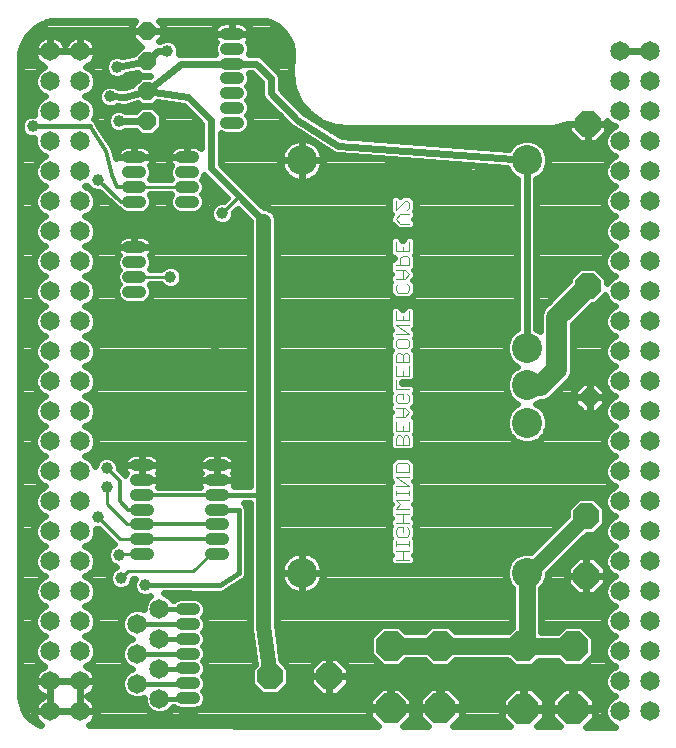
<source format=gbr>
G75*
G70*
%OFA0B0*%
%FSLAX24Y24*%
%IPPOS*%
%LPD*%
%AMOC8*
5,1,8,0,0,1.08239X$1,22.5*
%
%ADD10C,0.0040*%
%ADD11OC8,0.0860*%
%ADD12C,0.1000*%
%ADD13C,0.0650*%
%ADD14OC8,0.1000*%
%ADD15OC8,0.0594*%
%ADD16C,0.0397*%
%ADD17C,0.0160*%
%ADD18C,0.0240*%
%ADD19C,0.0396*%
%ADD20C,0.0100*%
%ADD21C,0.0560*%
%ADD22C,0.0500*%
%ADD23C,0.0700*%
%ADD24C,0.0120*%
D10*
X014443Y007743D02*
X014903Y007743D01*
X014673Y007743D02*
X014673Y008050D01*
X014903Y008050D02*
X014443Y008050D01*
X014443Y008203D02*
X014443Y008357D01*
X014443Y008280D02*
X014903Y008280D01*
X014903Y008203D02*
X014903Y008357D01*
X014826Y008510D02*
X014520Y008510D01*
X014443Y008587D01*
X014443Y008740D01*
X014520Y008817D01*
X014673Y008817D01*
X014673Y008664D01*
X014826Y008817D02*
X014903Y008740D01*
X014903Y008587D01*
X014826Y008510D01*
X014903Y008970D02*
X014443Y008970D01*
X014673Y008970D02*
X014673Y009277D01*
X014903Y009277D02*
X014443Y009277D01*
X014443Y009431D02*
X014596Y009584D01*
X014443Y009738D01*
X014903Y009738D01*
X014903Y009891D02*
X014903Y010045D01*
X014903Y009968D02*
X014443Y009968D01*
X014443Y009891D02*
X014443Y010045D01*
X014443Y010198D02*
X014903Y010198D01*
X014443Y010505D01*
X014903Y010505D01*
X014903Y010658D02*
X014903Y010889D01*
X014826Y010965D01*
X014520Y010965D01*
X014443Y010889D01*
X014443Y010658D01*
X014903Y010658D01*
X014903Y011579D02*
X014443Y011579D01*
X014443Y011809D01*
X014520Y011886D01*
X014596Y011886D01*
X014673Y011809D01*
X014673Y011579D01*
X014903Y011579D02*
X014903Y011809D01*
X014826Y011886D01*
X014750Y011886D01*
X014673Y011809D01*
X014673Y012039D02*
X014673Y012193D01*
X014443Y012039D02*
X014443Y012346D01*
X014443Y012500D02*
X014750Y012500D01*
X014903Y012653D01*
X014750Y012807D01*
X014443Y012807D01*
X014520Y012960D02*
X014443Y013037D01*
X014443Y013190D01*
X014520Y013267D01*
X014673Y013267D01*
X014673Y013114D01*
X014826Y013267D02*
X014903Y013190D01*
X014903Y013037D01*
X014826Y012960D01*
X014520Y012960D01*
X014673Y012807D02*
X014673Y012500D01*
X014903Y012346D02*
X014903Y012039D01*
X014443Y012039D01*
X014443Y013421D02*
X014443Y013727D01*
X014443Y013881D02*
X014443Y014188D01*
X014443Y014341D02*
X014443Y014571D01*
X014520Y014648D01*
X014596Y014648D01*
X014673Y014571D01*
X014673Y014341D01*
X014443Y014341D02*
X014903Y014341D01*
X014903Y014571D01*
X014826Y014648D01*
X014750Y014648D01*
X014673Y014571D01*
X014520Y014802D02*
X014443Y014878D01*
X014443Y015032D01*
X014520Y015108D01*
X014826Y015108D01*
X014903Y015032D01*
X014903Y014878D01*
X014826Y014802D01*
X014520Y014802D01*
X014443Y015262D02*
X014903Y015262D01*
X014443Y015569D01*
X014903Y015569D01*
X014903Y015722D02*
X014443Y015722D01*
X014443Y016029D01*
X014673Y015876D02*
X014673Y015722D01*
X014903Y015722D02*
X014903Y016029D01*
X014826Y016643D02*
X014520Y016643D01*
X014443Y016720D01*
X014443Y016873D01*
X014520Y016950D01*
X014443Y017103D02*
X014750Y017103D01*
X014903Y017257D01*
X014750Y017410D01*
X014443Y017410D01*
X014443Y017564D02*
X014903Y017564D01*
X014903Y017794D01*
X014826Y017871D01*
X014673Y017871D01*
X014596Y017794D01*
X014596Y017564D01*
X014673Y017410D02*
X014673Y017103D01*
X014826Y016950D02*
X014903Y016873D01*
X014903Y016720D01*
X014826Y016643D01*
X014903Y018024D02*
X014443Y018024D01*
X014443Y018331D01*
X014673Y018177D02*
X014673Y018024D01*
X014903Y018024D02*
X014903Y018331D01*
X014903Y018945D02*
X014596Y018945D01*
X014443Y019098D01*
X014596Y019252D01*
X014903Y019252D01*
X014826Y019405D02*
X014903Y019482D01*
X014903Y019635D01*
X014826Y019712D01*
X014750Y019712D01*
X014443Y019405D01*
X014443Y019712D01*
X014903Y014188D02*
X014903Y013881D01*
X014443Y013881D01*
X014673Y013881D02*
X014673Y014034D01*
X014903Y013421D02*
X014443Y013421D01*
X014443Y009431D02*
X014903Y009431D01*
D11*
X012222Y003857D03*
X010254Y003857D03*
X020800Y007209D03*
X020800Y009209D03*
X020842Y016873D03*
X020842Y022279D03*
D12*
X018815Y021058D03*
X018815Y014808D03*
X018815Y013558D03*
X018815Y012308D03*
X018815Y007308D03*
X011315Y007308D03*
X011315Y021058D03*
D13*
X003927Y020684D03*
X003927Y021684D03*
X003927Y022684D03*
X003927Y023684D03*
X003927Y024684D03*
X002927Y024684D03*
X002927Y023684D03*
X002927Y022684D03*
X002927Y021684D03*
X002927Y020684D03*
X002927Y019684D03*
X003927Y019684D03*
X003927Y018684D03*
X003927Y017684D03*
X003927Y016684D03*
X003927Y015684D03*
X003927Y014684D03*
X003927Y013684D03*
X003927Y012684D03*
X003927Y011684D03*
X003927Y010684D03*
X003927Y009684D03*
X003927Y008684D03*
X003927Y007684D03*
X003927Y006684D03*
X003927Y005684D03*
X003927Y004684D03*
X003927Y003684D03*
X003927Y002684D03*
X002927Y002684D03*
X002927Y003684D03*
X002927Y004684D03*
X002927Y005684D03*
X002927Y006684D03*
X002927Y007684D03*
X002927Y008684D03*
X002927Y009684D03*
X002927Y010684D03*
X002927Y011684D03*
X002927Y012684D03*
X002927Y013684D03*
X002927Y014684D03*
X002927Y015684D03*
X002927Y016684D03*
X002927Y017684D03*
X002927Y018684D03*
X006569Y006109D03*
X005819Y005609D03*
X006569Y005109D03*
X005819Y004609D03*
X006569Y004109D03*
X005819Y003609D03*
X006569Y003109D03*
X021927Y002684D03*
X022927Y002684D03*
X022927Y003684D03*
X022927Y004684D03*
X022927Y005684D03*
X022927Y006684D03*
X022927Y007684D03*
X022927Y008684D03*
X022927Y009684D03*
X022927Y010684D03*
X022927Y011684D03*
X022927Y012684D03*
X022927Y013684D03*
X022927Y014684D03*
X022927Y015684D03*
X022927Y016684D03*
X022927Y017684D03*
X022927Y018684D03*
X022927Y019684D03*
X022927Y020684D03*
X022927Y021684D03*
X022927Y022684D03*
X022927Y023684D03*
X022927Y024684D03*
X021927Y024684D03*
X021927Y023684D03*
X021927Y022684D03*
X021927Y021684D03*
X021927Y020684D03*
X021927Y019684D03*
X021927Y018684D03*
X021927Y017684D03*
X021927Y016684D03*
X021927Y015684D03*
X021927Y014684D03*
X021927Y013684D03*
X021927Y012684D03*
X021927Y011684D03*
X021927Y010684D03*
X021927Y009684D03*
X021927Y008684D03*
X021927Y007684D03*
X021927Y006684D03*
X021927Y005684D03*
X021927Y004684D03*
X021927Y003684D03*
D14*
X020356Y002765D03*
X018702Y002765D03*
X018702Y004851D03*
X020356Y004851D03*
X015925Y004879D03*
X014271Y004879D03*
X014271Y002792D03*
X015925Y002792D03*
D15*
X020911Y013164D03*
X006161Y022364D03*
X006161Y023364D03*
X006161Y024364D03*
X006161Y025364D03*
D16*
X008785Y025266D02*
X009182Y025266D01*
X009182Y024774D02*
X008785Y024774D01*
X008785Y024282D02*
X009182Y024282D01*
X009182Y023789D02*
X008785Y023789D01*
X008785Y023297D02*
X009182Y023297D01*
X009182Y022805D02*
X008785Y022805D01*
X008785Y022313D02*
X009182Y022313D01*
X007682Y021153D02*
X007285Y021153D01*
X007285Y020660D02*
X007682Y020660D01*
X007682Y020168D02*
X007285Y020168D01*
X007285Y019676D02*
X007682Y019676D01*
X005932Y019676D02*
X005535Y019676D01*
X005535Y020168D02*
X005932Y020168D01*
X005932Y020660D02*
X005535Y020660D01*
X005535Y021153D02*
X005932Y021153D01*
X005932Y018153D02*
X005535Y018153D01*
X005535Y017660D02*
X005932Y017660D01*
X005932Y017168D02*
X005535Y017168D01*
X005535Y016676D02*
X005932Y016676D01*
X005785Y010891D02*
X006182Y010891D01*
X006182Y010399D02*
X005785Y010399D01*
X005785Y009907D02*
X006182Y009907D01*
X006182Y009414D02*
X005785Y009414D01*
X005785Y008922D02*
X006182Y008922D01*
X006182Y008430D02*
X005785Y008430D01*
X005785Y007938D02*
X006182Y007938D01*
X007319Y006086D02*
X007716Y006086D01*
X007716Y005594D02*
X007319Y005594D01*
X007319Y005101D02*
X007716Y005101D01*
X007716Y004609D02*
X007319Y004609D01*
X007319Y004117D02*
X007716Y004117D01*
X007716Y003625D02*
X007319Y003625D01*
X007319Y003133D02*
X007716Y003133D01*
X008285Y007938D02*
X008682Y007938D01*
X008682Y008430D02*
X008285Y008430D01*
X008285Y008922D02*
X008682Y008922D01*
X008682Y009414D02*
X008285Y009414D01*
X008285Y009907D02*
X008682Y009907D01*
X008682Y010399D02*
X008285Y010399D01*
X008285Y010891D02*
X008682Y010891D01*
D17*
X008484Y009907D02*
X010036Y009914D01*
X009207Y009409D02*
X009207Y007284D01*
X008593Y006893D01*
X006094Y006898D01*
X006569Y006109D02*
X007319Y006109D01*
X007319Y005609D02*
X005819Y005609D01*
X006569Y005109D02*
X007319Y005109D01*
X007319Y004609D02*
X005819Y004609D01*
X006569Y004109D02*
X007319Y004109D01*
X007319Y003609D02*
X005819Y003609D01*
X006569Y003109D02*
X007319Y003109D01*
X008484Y009414D02*
X009207Y009409D01*
X004240Y022185D02*
X002340Y022185D01*
D18*
X002188Y002513D02*
X002409Y002513D01*
X002422Y002475D02*
X002461Y002399D01*
X002511Y002329D01*
X002572Y002269D01*
X002614Y002238D01*
X002536Y002259D01*
X002314Y002387D01*
X002134Y002568D01*
X002006Y002789D01*
X001939Y003036D01*
X001931Y003164D01*
X001931Y003268D01*
X001931Y024102D01*
X001941Y024142D01*
X001931Y024205D01*
X001931Y024268D01*
X001920Y024295D01*
X001911Y024387D01*
X001931Y024672D01*
X002014Y024945D01*
X002156Y025194D01*
X002349Y025404D01*
X002585Y025566D01*
X002851Y025672D01*
X002962Y025696D01*
X005761Y025696D01*
X005644Y025578D01*
X005644Y025365D01*
X006161Y025365D01*
X006161Y025364D01*
X005644Y025364D01*
X005644Y025150D01*
X005944Y024850D01*
X005691Y024597D01*
X005328Y024525D01*
X005236Y024562D01*
X005078Y024562D01*
X004932Y024502D01*
X004820Y024390D01*
X004759Y024244D01*
X004759Y024085D01*
X004820Y023939D01*
X004932Y023827D01*
X005078Y023766D01*
X005236Y023766D01*
X005383Y023827D01*
X005453Y023897D01*
X005847Y023976D01*
X005955Y023868D01*
X006270Y023868D01*
X006262Y023861D01*
X005955Y023861D01*
X005664Y023570D01*
X005664Y023563D01*
X005376Y023486D01*
X005184Y023494D01*
X005156Y023522D01*
X005010Y023582D01*
X004851Y023582D01*
X004705Y023522D01*
X004593Y023410D01*
X004533Y023263D01*
X004533Y023105D01*
X004593Y022959D01*
X004705Y022847D01*
X004851Y022786D01*
X005010Y022786D01*
X005156Y022847D01*
X005164Y022854D01*
X005383Y022845D01*
X005432Y022839D01*
X005446Y022843D01*
X005461Y022842D01*
X005507Y022859D01*
X005868Y022955D01*
X005955Y022868D01*
X006367Y022868D01*
X006492Y022993D01*
X007385Y022863D01*
X007966Y022282D01*
X007966Y021461D01*
X007955Y021472D01*
X007902Y021510D01*
X007843Y021540D01*
X007780Y021561D01*
X007715Y021571D01*
X007484Y021571D01*
X007484Y021153D01*
X007484Y021153D01*
X007484Y021571D01*
X007252Y021571D01*
X007187Y021561D01*
X007125Y021540D01*
X007066Y021510D01*
X007013Y021472D01*
X006966Y021425D01*
X006928Y021372D01*
X006898Y021313D01*
X006877Y021251D01*
X006867Y021186D01*
X006867Y021153D01*
X007483Y021153D01*
X007483Y021152D01*
X006867Y021152D01*
X006867Y021120D01*
X006351Y021120D01*
X006351Y021152D01*
X005734Y021152D01*
X005734Y021153D01*
X005734Y021153D01*
X005734Y021571D01*
X005965Y021571D01*
X006030Y021561D01*
X006093Y021540D01*
X006152Y021510D01*
X006205Y021472D01*
X006251Y021425D01*
X006290Y021372D01*
X006320Y021313D01*
X006340Y021251D01*
X006351Y021186D01*
X006351Y021153D01*
X005734Y021153D01*
X005734Y021571D01*
X005502Y021571D01*
X005437Y021561D01*
X005375Y021540D01*
X005316Y021510D01*
X005263Y021472D01*
X005216Y021425D01*
X005178Y021372D01*
X005148Y021313D01*
X005127Y021251D01*
X005117Y021186D01*
X005117Y021153D01*
X005733Y021153D01*
X005733Y021152D01*
X005117Y021152D01*
X005117Y021149D01*
X005047Y021423D01*
X005038Y021468D01*
X005035Y021474D01*
X005033Y021480D01*
X005006Y021516D01*
X004520Y022235D01*
X004520Y022241D01*
X004478Y022344D01*
X004399Y022422D01*
X004388Y022427D01*
X004452Y022580D01*
X004452Y022788D01*
X004372Y022981D01*
X004224Y023129D01*
X004091Y023184D01*
X004224Y023239D01*
X004372Y023387D01*
X004452Y023580D01*
X004452Y023788D01*
X004372Y023981D01*
X004224Y024129D01*
X004117Y024173D01*
X004136Y024179D01*
X004212Y024218D01*
X004282Y024269D01*
X004342Y024329D01*
X004393Y024399D01*
X004432Y024475D01*
X004458Y024556D01*
X004472Y024641D01*
X004472Y024684D01*
X003927Y024684D01*
X003927Y024684D01*
X004472Y024684D01*
X004472Y024727D01*
X004458Y024812D01*
X004432Y024893D01*
X004393Y024970D01*
X004342Y025039D01*
X004282Y025100D01*
X004212Y025150D01*
X004136Y025189D01*
X004054Y025215D01*
X003970Y025229D01*
X003927Y025229D01*
X003927Y024684D01*
X003927Y024684D01*
X003927Y025229D01*
X003884Y025229D01*
X003799Y025215D01*
X003718Y025189D01*
X003641Y025150D01*
X003572Y025100D01*
X003511Y025039D01*
X003461Y024970D01*
X003427Y024903D01*
X003393Y024970D01*
X003342Y025039D01*
X003282Y025100D01*
X003212Y025150D01*
X003136Y025189D01*
X003054Y025215D01*
X002970Y025229D01*
X002927Y025229D01*
X002927Y024684D01*
X002927Y024684D01*
X003382Y024684D01*
X003926Y024684D01*
X003926Y024684D01*
X003382Y024684D01*
X002927Y024684D01*
X002927Y024684D01*
X002927Y025229D01*
X002884Y025229D01*
X002799Y025215D01*
X002718Y025189D01*
X002641Y025150D01*
X002572Y025100D01*
X002511Y025039D01*
X002461Y024970D01*
X002422Y024893D01*
X002395Y024812D01*
X002382Y024727D01*
X002382Y024684D01*
X002382Y024641D01*
X002395Y024556D01*
X002422Y024475D01*
X002461Y024399D01*
X002511Y024329D01*
X002572Y024269D01*
X002641Y024218D01*
X002718Y024179D01*
X002736Y024173D01*
X002629Y024129D01*
X002482Y023981D01*
X002402Y023788D01*
X002402Y023580D01*
X002482Y023387D01*
X002629Y023239D01*
X002763Y023184D01*
X002629Y023129D01*
X002482Y022981D01*
X002402Y022788D01*
X002402Y022583D01*
X002261Y022583D01*
X002115Y022522D01*
X002003Y022410D01*
X001942Y022264D01*
X001942Y022106D01*
X002003Y021959D01*
X002115Y021847D01*
X002261Y021787D01*
X002402Y021787D01*
X002402Y021580D01*
X002482Y021387D01*
X002629Y021239D01*
X002763Y021184D01*
X002629Y021129D01*
X002482Y020981D01*
X002402Y020788D01*
X002402Y020580D01*
X002482Y020387D01*
X002629Y020239D01*
X002763Y020184D01*
X002629Y020129D01*
X002482Y019981D01*
X002402Y019788D01*
X002402Y019580D01*
X002482Y019387D01*
X002629Y019239D01*
X002763Y019184D01*
X002629Y019129D01*
X002482Y018981D01*
X002402Y018788D01*
X002402Y018580D01*
X002482Y018387D01*
X002629Y018239D01*
X002763Y018184D01*
X002629Y018129D01*
X002482Y017981D01*
X002402Y017788D01*
X002402Y017580D01*
X002482Y017387D01*
X002629Y017239D01*
X002763Y017184D01*
X002629Y017129D01*
X002482Y016981D01*
X002402Y016788D01*
X002402Y016580D01*
X002482Y016387D01*
X002629Y016239D01*
X002763Y016184D01*
X002629Y016129D01*
X002482Y015981D01*
X002402Y015788D01*
X002402Y015580D01*
X002482Y015387D01*
X002629Y015239D01*
X002763Y015184D01*
X002629Y015129D01*
X002482Y014981D01*
X002402Y014788D01*
X002402Y014580D01*
X002482Y014387D01*
X002629Y014239D01*
X002763Y014184D01*
X002629Y014129D01*
X002482Y013981D01*
X002402Y013788D01*
X002402Y013580D01*
X002482Y013387D01*
X002629Y013239D01*
X002763Y013184D01*
X002629Y013129D01*
X002482Y012981D01*
X002402Y012788D01*
X002402Y012580D01*
X002482Y012387D01*
X002629Y012239D01*
X002763Y012184D01*
X002629Y012129D01*
X002482Y011981D01*
X002402Y011788D01*
X002402Y011580D01*
X002482Y011387D01*
X002629Y011239D01*
X002763Y011184D01*
X002629Y011129D01*
X002482Y010981D01*
X002402Y010788D01*
X002402Y010580D01*
X002482Y010387D01*
X002629Y010239D01*
X002763Y010184D01*
X002629Y010129D01*
X002482Y009981D01*
X002402Y009788D01*
X002402Y009580D01*
X002482Y009387D01*
X002629Y009239D01*
X002763Y009184D01*
X002629Y009129D01*
X002482Y008981D01*
X002402Y008788D01*
X002402Y008580D01*
X002482Y008387D01*
X002629Y008239D01*
X002763Y008184D01*
X002629Y008129D01*
X002482Y007981D01*
X002402Y007788D01*
X002402Y007580D01*
X002482Y007387D01*
X002629Y007239D01*
X002763Y007184D01*
X002629Y007129D01*
X002482Y006981D01*
X002402Y006788D01*
X002402Y006580D01*
X002482Y006387D01*
X002629Y006239D01*
X002763Y006184D01*
X002629Y006129D01*
X002482Y005981D01*
X002402Y005788D01*
X002402Y005580D01*
X002482Y005387D01*
X002629Y005239D01*
X002763Y005184D01*
X002629Y005129D01*
X002482Y004981D01*
X002402Y004788D01*
X002402Y004580D01*
X002482Y004387D01*
X002629Y004239D01*
X002736Y004195D01*
X002718Y004189D01*
X002641Y004150D01*
X002572Y004100D01*
X002511Y004039D01*
X002461Y003970D01*
X002422Y003893D01*
X002395Y003812D01*
X002382Y003727D01*
X002382Y003684D01*
X002382Y003641D01*
X002395Y003556D01*
X002422Y003475D01*
X002461Y003399D01*
X002511Y003329D01*
X002572Y003269D01*
X002641Y003218D01*
X002708Y003184D01*
X002641Y003150D01*
X002572Y003100D01*
X002511Y003039D01*
X002461Y002970D01*
X002422Y002893D01*
X002395Y002812D01*
X002382Y002727D01*
X002382Y002684D01*
X002382Y002641D01*
X002395Y002556D01*
X002422Y002475D01*
X002382Y002684D02*
X002926Y002684D01*
X002926Y002684D01*
X002382Y002684D01*
X002386Y002752D02*
X002027Y002752D01*
X001952Y002991D02*
X002476Y002991D01*
X002626Y003229D02*
X001931Y003229D01*
X001931Y003468D02*
X002426Y003468D01*
X002382Y003684D02*
X002926Y003684D01*
X002926Y003684D01*
X002382Y003684D01*
X002382Y003706D02*
X001931Y003706D01*
X001931Y003945D02*
X002448Y003945D01*
X002706Y004183D02*
X001931Y004183D01*
X001931Y004422D02*
X002467Y004422D01*
X002402Y004660D02*
X001931Y004660D01*
X001931Y004899D02*
X002448Y004899D01*
X002650Y005137D02*
X001931Y005137D01*
X001931Y005376D02*
X002493Y005376D01*
X002402Y005614D02*
X001931Y005614D01*
X001931Y005853D02*
X002429Y005853D01*
X002592Y006092D02*
X001931Y006092D01*
X001931Y006330D02*
X002539Y006330D01*
X002406Y006569D02*
X001931Y006569D01*
X001931Y006807D02*
X002410Y006807D01*
X002546Y007046D02*
X001931Y007046D01*
X001931Y007284D02*
X002584Y007284D01*
X002426Y007523D02*
X001931Y007523D01*
X001931Y007761D02*
X002402Y007761D01*
X002500Y008000D02*
X001931Y008000D01*
X001931Y008238D02*
X002631Y008238D01*
X002444Y008477D02*
X001931Y008477D01*
X001931Y008716D02*
X002402Y008716D01*
X002471Y008954D02*
X001931Y008954D01*
X001931Y009193D02*
X002742Y009193D01*
X002463Y009431D02*
X001931Y009431D01*
X001931Y009670D02*
X002402Y009670D01*
X002452Y009908D02*
X001931Y009908D01*
X001931Y010147D02*
X002673Y010147D01*
X002483Y010385D02*
X001931Y010385D01*
X001931Y010624D02*
X002402Y010624D01*
X002433Y010862D02*
X001931Y010862D01*
X001931Y011101D02*
X002601Y011101D01*
X002529Y011340D02*
X001931Y011340D01*
X001931Y011578D02*
X002403Y011578D01*
X002414Y011817D02*
X001931Y011817D01*
X001931Y012055D02*
X002556Y012055D01*
X002575Y012294D02*
X001931Y012294D01*
X001931Y012532D02*
X002422Y012532D01*
X002402Y012771D02*
X001931Y012771D01*
X001931Y013009D02*
X002510Y013009D01*
X002621Y013248D02*
X001931Y013248D01*
X001931Y013486D02*
X002441Y013486D01*
X002402Y013725D02*
X001931Y013725D01*
X001931Y013964D02*
X002474Y013964D01*
X002719Y014202D02*
X001931Y014202D01*
X001931Y014441D02*
X002460Y014441D01*
X002402Y014679D02*
X001931Y014679D01*
X001931Y014918D02*
X002456Y014918D01*
X002695Y015156D02*
X001931Y015156D01*
X001931Y015395D02*
X002479Y015395D01*
X002402Y015633D02*
X001931Y015633D01*
X001931Y015872D02*
X002437Y015872D01*
X002611Y016110D02*
X001931Y016110D01*
X001931Y016349D02*
X002520Y016349D01*
X002402Y016587D02*
X001931Y016587D01*
X001931Y016826D02*
X002418Y016826D01*
X002565Y017065D02*
X001931Y017065D01*
X001931Y017303D02*
X002566Y017303D01*
X002418Y017542D02*
X001931Y017542D01*
X001931Y017780D02*
X002402Y017780D01*
X002519Y018019D02*
X001931Y018019D01*
X001931Y018257D02*
X002611Y018257D01*
X002437Y018496D02*
X001931Y018496D01*
X001931Y018734D02*
X002402Y018734D01*
X002478Y018973D02*
X001931Y018973D01*
X001931Y019211D02*
X002696Y019211D01*
X002456Y019450D02*
X001931Y019450D01*
X001931Y019689D02*
X002402Y019689D01*
X002459Y019927D02*
X001931Y019927D01*
X001931Y020166D02*
X002718Y020166D01*
X002475Y020404D02*
X001931Y020404D01*
X001931Y020643D02*
X002402Y020643D01*
X002440Y020881D02*
X001931Y020881D01*
X001931Y021120D02*
X002620Y021120D01*
X002510Y021358D02*
X001931Y021358D01*
X001931Y021597D02*
X002402Y021597D01*
X002144Y021835D02*
X001931Y021835D01*
X001931Y022074D02*
X001956Y022074D01*
X001962Y022313D02*
X001931Y022313D01*
X001931Y022551D02*
X002184Y022551D01*
X002402Y022790D02*
X001931Y022790D01*
X001931Y023028D02*
X002529Y023028D01*
X002602Y023267D02*
X001931Y023267D01*
X001931Y023505D02*
X002433Y023505D01*
X002402Y023744D02*
X001931Y023744D01*
X001931Y023982D02*
X002483Y023982D01*
X002637Y024221D02*
X001931Y024221D01*
X001916Y024459D02*
X002430Y024459D01*
X002382Y024684D02*
X002926Y024684D01*
X002926Y024684D01*
X002382Y024684D01*
X002382Y024698D02*
X001939Y024698D01*
X002011Y024936D02*
X002444Y024936D01*
X002690Y025175D02*
X002145Y025175D01*
X002363Y025414D02*
X005644Y025414D01*
X005644Y025175D02*
X004163Y025175D01*
X003927Y025175D02*
X003927Y025175D01*
X003690Y025175D02*
X003163Y025175D01*
X002927Y025175D02*
X002927Y025175D01*
X002927Y024936D02*
X002927Y024936D01*
X002927Y024698D02*
X002927Y024698D01*
X003410Y024936D02*
X003444Y024936D01*
X003927Y024936D02*
X003927Y024936D01*
X003927Y024698D02*
X003927Y024698D01*
X004410Y024936D02*
X005858Y024936D01*
X005792Y024698D02*
X004472Y024698D01*
X004424Y024459D02*
X004889Y024459D01*
X004759Y024221D02*
X004216Y024221D01*
X004371Y023982D02*
X004802Y023982D01*
X004452Y023744D02*
X005838Y023744D01*
X005447Y023505D02*
X005173Y023505D01*
X004931Y023184D02*
X005411Y023164D01*
X006161Y023364D01*
X007536Y023164D01*
X008286Y022414D01*
X008286Y020789D01*
X009286Y019789D01*
X010036Y019039D01*
X010452Y019211D02*
X014245Y019211D01*
X014223Y019189D02*
X014223Y019189D01*
X014223Y019007D01*
X014288Y018942D01*
X014505Y018725D01*
X014687Y018725D01*
X014994Y018725D01*
X015123Y018854D01*
X015123Y019036D01*
X015061Y019098D01*
X015123Y019161D01*
X015123Y019343D01*
X015099Y019367D01*
X015123Y019391D01*
X015123Y019481D01*
X015123Y019573D01*
X015123Y019726D01*
X014994Y019855D01*
X014918Y019932D01*
X014735Y019932D01*
X014659Y019932D01*
X014596Y019870D01*
X014534Y019932D01*
X014352Y019932D01*
X014223Y019803D01*
X014223Y019496D01*
X014223Y019314D01*
X014285Y019252D01*
X014223Y019189D01*
X014257Y018973D02*
X010486Y018973D01*
X010486Y019129D02*
X010417Y019294D01*
X010291Y019421D01*
X010126Y019489D01*
X010039Y019489D01*
X009557Y019971D01*
X008606Y020922D01*
X008606Y021956D01*
X008706Y021915D01*
X009262Y021915D01*
X009408Y021975D01*
X009520Y022087D01*
X009581Y022234D01*
X009581Y022392D01*
X009520Y022539D01*
X009500Y022559D01*
X009520Y022579D01*
X009581Y022726D01*
X009581Y022884D01*
X009520Y023031D01*
X009500Y023051D01*
X009520Y023072D01*
X009581Y023218D01*
X009581Y023377D01*
X009520Y023523D01*
X009500Y023543D01*
X009520Y023564D01*
X009581Y023710D01*
X009581Y023869D01*
X009542Y023962D01*
X009661Y023962D01*
X009966Y023657D01*
X009966Y023353D01*
X009966Y023226D01*
X010015Y023108D01*
X010915Y022208D01*
X010936Y022179D01*
X010960Y022163D01*
X010980Y022143D01*
X011013Y022129D01*
X012324Y021295D01*
X012335Y021283D01*
X012378Y021261D01*
X012418Y021235D01*
X012434Y021233D01*
X012448Y021225D01*
X012496Y021222D01*
X012543Y021213D01*
X012559Y021217D01*
X018169Y020787D01*
X018221Y020662D01*
X018418Y020465D01*
X018495Y020433D01*
X018495Y015433D01*
X018418Y015401D01*
X018221Y015205D01*
X018115Y014947D01*
X018115Y014669D01*
X018221Y014412D01*
X018418Y014215D01*
X018494Y014183D01*
X018418Y014151D01*
X018221Y013955D01*
X018115Y013697D01*
X018115Y013419D01*
X018221Y013162D01*
X018418Y012965D01*
X018494Y012933D01*
X018418Y012901D01*
X018221Y012705D01*
X018115Y012447D01*
X018115Y012169D01*
X018221Y011912D01*
X018418Y011715D01*
X018675Y011608D01*
X018954Y011608D01*
X019211Y011715D01*
X019408Y011912D01*
X019515Y012169D01*
X019515Y012447D01*
X019408Y012705D01*
X019211Y012901D01*
X019135Y012933D01*
X019211Y012965D01*
X019254Y013008D01*
X019379Y013008D01*
X019581Y013092D01*
X020108Y013619D01*
X020263Y013774D01*
X020347Y013976D01*
X020347Y015600D01*
X020990Y016243D01*
X021103Y016243D01*
X021413Y016553D01*
X021482Y016387D01*
X021629Y016239D01*
X021763Y016184D01*
X021629Y016129D01*
X021482Y015981D01*
X021402Y015788D01*
X021402Y015580D01*
X021482Y015387D01*
X021629Y015239D01*
X021763Y015184D01*
X021629Y015129D01*
X021482Y014981D01*
X021402Y014788D01*
X021402Y014580D01*
X021482Y014387D01*
X021629Y014239D01*
X021763Y014184D01*
X021629Y014129D01*
X021482Y013981D01*
X021402Y013788D01*
X021402Y013580D01*
X021482Y013387D01*
X021629Y013239D01*
X021763Y013184D01*
X021629Y013129D01*
X021482Y012981D01*
X021402Y012788D01*
X021402Y012580D01*
X021482Y012387D01*
X021629Y012239D01*
X021763Y012184D01*
X021629Y012129D01*
X021482Y011981D01*
X021402Y011788D01*
X021402Y011580D01*
X021482Y011387D01*
X021629Y011239D01*
X021763Y011184D01*
X021629Y011129D01*
X021482Y010981D01*
X021402Y010788D01*
X021402Y010580D01*
X021482Y010387D01*
X021629Y010239D01*
X021763Y010184D01*
X021629Y010129D01*
X021482Y009981D01*
X021402Y009788D01*
X021402Y009580D01*
X021482Y009387D01*
X021629Y009239D01*
X021763Y009184D01*
X021629Y009129D01*
X021482Y008981D01*
X021402Y008788D01*
X021402Y008580D01*
X021482Y008387D01*
X021629Y008239D01*
X021763Y008184D01*
X021629Y008129D01*
X021482Y007981D01*
X021402Y007788D01*
X021402Y007580D01*
X021440Y007487D01*
X021069Y007858D01*
X020800Y007858D01*
X020800Y007209D01*
X020799Y007209D01*
X020799Y007208D01*
X020150Y007208D01*
X020150Y006939D01*
X020530Y006559D01*
X020799Y006559D01*
X020799Y007208D01*
X020800Y007208D01*
X020800Y006559D01*
X021069Y006559D01*
X021450Y006939D01*
X021450Y007208D01*
X020800Y007208D01*
X020800Y007209D01*
X021450Y007209D01*
X021450Y007465D01*
X021482Y007387D01*
X021629Y007239D01*
X021763Y007184D01*
X021629Y007129D01*
X021482Y006981D01*
X021402Y006788D01*
X021402Y006580D01*
X021482Y006387D01*
X021629Y006239D01*
X021763Y006184D01*
X021629Y006129D01*
X021482Y005981D01*
X021402Y005788D01*
X021402Y005580D01*
X021482Y005387D01*
X021629Y005239D01*
X021763Y005184D01*
X021629Y005129D01*
X021482Y004981D01*
X021402Y004788D01*
X021402Y004580D01*
X021482Y004387D01*
X021629Y004239D01*
X021763Y004184D01*
X021629Y004129D01*
X021482Y003981D01*
X021402Y003788D01*
X021402Y003580D01*
X021482Y003387D01*
X021629Y003239D01*
X021763Y003184D01*
X021629Y003129D01*
X021482Y002981D01*
X021402Y002788D01*
X021402Y002580D01*
X021482Y002387D01*
X021629Y002239D01*
X021769Y002181D01*
X020793Y002183D01*
X021076Y002467D01*
X021076Y002737D01*
X020384Y002737D01*
X020384Y002792D01*
X021076Y002792D01*
X021076Y003063D01*
X020654Y003485D01*
X020384Y003485D01*
X020384Y002793D01*
X020328Y002793D01*
X020328Y003485D01*
X020058Y003485D01*
X019636Y003063D01*
X019636Y002792D01*
X020328Y002792D01*
X020328Y002737D01*
X019636Y002737D01*
X019636Y002467D01*
X019917Y002185D01*
X019143Y002187D01*
X019422Y002467D01*
X019422Y002737D01*
X018730Y002737D01*
X018730Y002792D01*
X019422Y002792D01*
X019422Y003063D01*
X019001Y003485D01*
X018730Y003485D01*
X018730Y002793D01*
X018675Y002793D01*
X018675Y003485D01*
X018404Y003485D01*
X017982Y003063D01*
X017982Y002792D01*
X018674Y002792D01*
X018674Y002737D01*
X017982Y002737D01*
X017982Y002467D01*
X018260Y002189D01*
X016343Y002192D01*
X016645Y002494D01*
X016645Y002765D01*
X015953Y002765D01*
X015953Y002820D01*
X016645Y002820D01*
X016645Y003091D01*
X016223Y003512D01*
X015952Y003512D01*
X015952Y002820D01*
X015897Y002820D01*
X015897Y002765D01*
X015205Y002765D01*
X015205Y002494D01*
X015505Y002194D01*
X014693Y002196D01*
X014991Y002494D01*
X014991Y002765D01*
X014299Y002765D01*
X014299Y002820D01*
X014991Y002820D01*
X014991Y003091D01*
X014569Y003512D01*
X014299Y003512D01*
X014299Y002820D01*
X014244Y002820D01*
X014244Y003512D01*
X013973Y003512D01*
X013551Y003091D01*
X013551Y002820D01*
X014243Y002820D01*
X014243Y002765D01*
X013551Y002765D01*
X013551Y002494D01*
X013848Y002198D01*
X004210Y002217D01*
X004212Y002218D01*
X004282Y002269D01*
X004342Y002329D01*
X004393Y002399D01*
X004432Y002475D01*
X004458Y002556D01*
X004472Y002641D01*
X004472Y002684D01*
X003927Y002684D01*
X003927Y002684D01*
X004472Y002684D01*
X004472Y002727D01*
X004458Y002812D01*
X004432Y002893D01*
X004393Y002970D01*
X004342Y003039D01*
X004282Y003100D01*
X004212Y003150D01*
X004145Y003184D01*
X004212Y003218D01*
X004282Y003269D01*
X004342Y003329D01*
X004393Y003399D01*
X004432Y003475D01*
X004458Y003556D01*
X004472Y003641D01*
X004472Y003684D01*
X003927Y003684D01*
X003927Y003684D01*
X004472Y003684D01*
X004472Y003727D01*
X004458Y003812D01*
X004432Y003893D01*
X004393Y003970D01*
X004342Y004039D01*
X004282Y004100D01*
X004212Y004150D01*
X004136Y004189D01*
X004117Y004195D01*
X004224Y004239D01*
X004372Y004387D01*
X004452Y004580D01*
X004452Y004788D01*
X004372Y004981D01*
X004224Y005129D01*
X004091Y005184D01*
X004224Y005239D01*
X004372Y005387D01*
X004452Y005580D01*
X004452Y005788D01*
X004372Y005981D01*
X004224Y006129D01*
X004091Y006184D01*
X004224Y006239D01*
X004372Y006387D01*
X004452Y006580D01*
X004452Y006788D01*
X004372Y006981D01*
X004224Y007129D01*
X004091Y007184D01*
X004224Y007239D01*
X004372Y007387D01*
X004452Y007580D01*
X004452Y007788D01*
X004372Y007981D01*
X004224Y008129D01*
X004091Y008184D01*
X004224Y008239D01*
X004372Y008387D01*
X004452Y008580D01*
X004452Y008766D01*
X004556Y008766D01*
X005033Y008289D01*
X005062Y008260D01*
X004998Y008233D01*
X004886Y008121D01*
X004825Y007975D01*
X004825Y007816D01*
X004886Y007670D01*
X004998Y007558D01*
X005135Y007501D01*
X005054Y007468D01*
X004942Y007356D01*
X004882Y007209D01*
X004882Y007051D01*
X004942Y006905D01*
X005054Y006793D01*
X005201Y006732D01*
X005359Y006732D01*
X005505Y006793D01*
X005617Y006905D01*
X005678Y007051D01*
X005678Y007107D01*
X005750Y007107D01*
X005696Y006977D01*
X005696Y006819D01*
X005757Y006672D01*
X005869Y006560D01*
X006015Y006500D01*
X006174Y006500D01*
X006249Y006531D01*
X006125Y006407D01*
X006045Y006214D01*
X006045Y006084D01*
X005924Y006134D01*
X005715Y006134D01*
X005522Y006054D01*
X005375Y005907D01*
X005295Y005714D01*
X005295Y005505D01*
X005375Y005312D01*
X005522Y005164D01*
X005655Y005109D01*
X005522Y005054D01*
X005375Y004907D01*
X005295Y004714D01*
X005295Y004505D01*
X005375Y004312D01*
X005522Y004164D01*
X005655Y004109D01*
X005522Y004054D01*
X005375Y003907D01*
X005295Y003714D01*
X005295Y003505D01*
X005375Y003312D01*
X005522Y003164D01*
X005715Y003084D01*
X005924Y003084D01*
X006045Y003135D01*
X006045Y003005D01*
X006125Y002812D01*
X006272Y002664D01*
X006465Y002584D01*
X006674Y002584D01*
X006867Y002664D01*
X007014Y002812D01*
X007021Y002829D01*
X007059Y002829D01*
X007093Y002795D01*
X007240Y002734D01*
X007795Y002734D01*
X007941Y002795D01*
X008053Y002907D01*
X008114Y003054D01*
X008114Y003212D01*
X008053Y003359D01*
X008033Y003379D01*
X008053Y003399D01*
X008114Y003546D01*
X008114Y003704D01*
X008053Y003851D01*
X008033Y003871D01*
X008053Y003891D01*
X008114Y004038D01*
X008114Y004196D01*
X008053Y004343D01*
X008033Y004363D01*
X008053Y004384D01*
X008114Y004530D01*
X008114Y004689D01*
X008053Y004835D01*
X008033Y004855D01*
X008053Y004876D01*
X008114Y005022D01*
X008114Y005181D01*
X008053Y005327D01*
X008033Y005347D01*
X008053Y005368D01*
X008114Y005514D01*
X008114Y005673D01*
X008053Y005819D01*
X008033Y005840D01*
X008053Y005860D01*
X008114Y006006D01*
X008114Y006165D01*
X008053Y006311D01*
X007941Y006423D01*
X007795Y006484D01*
X007240Y006484D01*
X007093Y006423D01*
X007059Y006389D01*
X007021Y006389D01*
X007014Y006407D01*
X006867Y006554D01*
X006716Y006617D01*
X008562Y006613D01*
X008586Y006607D01*
X008617Y006613D01*
X008648Y006613D01*
X008671Y006622D01*
X008696Y006627D01*
X008722Y006643D01*
X008751Y006655D01*
X008769Y006673D01*
X009337Y007034D01*
X009365Y007046D01*
X009383Y007064D01*
X009404Y007077D01*
X009422Y007103D01*
X009444Y007125D01*
X009454Y007148D01*
X009468Y007169D01*
X009475Y007199D01*
X009487Y007228D01*
X009487Y007253D01*
X009492Y007277D01*
X009487Y007308D01*
X009487Y009407D01*
X009487Y009462D01*
X009487Y009463D01*
X009487Y009464D01*
X009467Y009512D01*
X009445Y009565D01*
X009444Y009566D01*
X009444Y009567D01*
X009407Y009604D01*
X009381Y009631D01*
X009586Y009632D01*
X009586Y005599D01*
X009578Y005570D01*
X009586Y005510D01*
X009586Y005450D01*
X009597Y005422D01*
X009750Y004244D01*
X009624Y004118D01*
X009624Y003596D01*
X009993Y003227D01*
X010514Y003227D01*
X010884Y003596D01*
X010884Y004118D01*
X010642Y004359D01*
X010486Y005568D01*
X010486Y009825D01*
X010486Y019129D01*
X010486Y018734D02*
X014496Y018734D01*
X014534Y018551D02*
X014352Y018551D01*
X014223Y018422D01*
X014223Y017933D01*
X014352Y017804D01*
X014376Y017804D01*
X014376Y017784D01*
X014352Y017784D01*
X014223Y017655D01*
X014223Y017473D01*
X014223Y017319D01*
X014285Y017257D01*
X014223Y017194D01*
X014223Y017012D01*
X014247Y016988D01*
X014223Y016964D01*
X014223Y016872D01*
X014223Y016629D01*
X014352Y016500D01*
X014428Y016423D01*
X014611Y016423D01*
X014827Y016423D01*
X014918Y016423D01*
X014919Y016424D01*
X014994Y016500D01*
X015019Y016524D01*
X015123Y016628D01*
X015123Y016629D01*
X015123Y016719D01*
X015123Y016811D01*
X015123Y016964D01*
X015022Y017065D01*
X015030Y017073D01*
X015123Y017166D01*
X015123Y017348D01*
X015061Y017410D01*
X015123Y017473D01*
X015123Y017703D01*
X015123Y017885D01*
X015099Y017909D01*
X015123Y017933D01*
X015123Y018115D01*
X015123Y018422D01*
X014994Y018551D01*
X014812Y018551D01*
X014683Y018422D01*
X014683Y018397D01*
X014663Y018397D01*
X014663Y018422D01*
X014534Y018551D01*
X014589Y018496D02*
X014757Y018496D01*
X015049Y018496D02*
X018495Y018496D01*
X018495Y018734D02*
X015004Y018734D01*
X015123Y018973D02*
X018495Y018973D01*
X018495Y019211D02*
X015123Y019211D01*
X015123Y019391D02*
X015123Y019391D01*
X015123Y019391D01*
X015123Y019450D02*
X018495Y019450D01*
X018495Y019689D02*
X015123Y019689D01*
X015123Y019573D02*
X015123Y019573D01*
X014922Y019927D02*
X018495Y019927D01*
X018495Y020166D02*
X009362Y020166D01*
X009124Y020404D02*
X011012Y020404D01*
X010995Y020411D02*
X011083Y020375D01*
X011174Y020350D01*
X011267Y020338D01*
X011314Y020338D01*
X011314Y021058D01*
X010595Y021058D01*
X010595Y021011D01*
X010607Y020917D01*
X010631Y020826D01*
X010667Y020739D01*
X010715Y020657D01*
X010772Y020582D01*
X010839Y020516D01*
X010914Y020458D01*
X010995Y020411D01*
X010726Y020643D02*
X008885Y020643D01*
X008647Y020881D02*
X010617Y020881D01*
X010595Y021058D02*
X011314Y021058D01*
X011314Y021058D01*
X011315Y021058D01*
X011315Y021058D01*
X012035Y021058D01*
X012035Y021011D01*
X012022Y020917D01*
X011998Y020826D01*
X011962Y020739D01*
X011914Y020657D01*
X011857Y020582D01*
X011790Y020516D01*
X011715Y020458D01*
X011634Y020411D01*
X011546Y020375D01*
X011455Y020350D01*
X011362Y020338D01*
X011315Y020338D01*
X011315Y021058D01*
X012035Y021058D01*
X012035Y021105D01*
X012022Y021199D01*
X011998Y021290D01*
X011962Y021377D01*
X011914Y021459D01*
X011857Y021534D01*
X011790Y021601D01*
X011715Y021658D01*
X011634Y021705D01*
X011546Y021741D01*
X011455Y021766D01*
X011362Y021778D01*
X011315Y021778D01*
X011315Y021059D01*
X011314Y021059D01*
X011314Y021778D01*
X011267Y021778D01*
X011174Y021766D01*
X011083Y021741D01*
X010995Y021705D01*
X010914Y021658D01*
X010839Y021601D01*
X010772Y021534D01*
X010715Y021459D01*
X010667Y021377D01*
X010631Y021290D01*
X010607Y021199D01*
X010595Y021105D01*
X010595Y021058D01*
X010596Y021120D02*
X008606Y021120D01*
X008606Y021358D02*
X010660Y021358D01*
X010835Y021597D02*
X008606Y021597D01*
X008606Y021835D02*
X011475Y021835D01*
X011315Y021597D02*
X011314Y021597D01*
X011314Y021358D02*
X011315Y021358D01*
X011314Y021120D02*
X011315Y021120D01*
X011314Y020881D02*
X011315Y020881D01*
X011314Y020643D02*
X011315Y020643D01*
X011314Y020404D02*
X011315Y020404D01*
X011617Y020404D02*
X018495Y020404D01*
X018240Y020643D02*
X011903Y020643D01*
X012013Y020881D02*
X016935Y020881D01*
X015972Y021597D02*
X018363Y021597D01*
X018418Y021651D02*
X018221Y021455D01*
X018209Y021425D01*
X012640Y021852D01*
X011363Y022665D01*
X010606Y023422D01*
X010606Y023853D01*
X010557Y023971D01*
X010467Y024061D01*
X010065Y024463D01*
X009975Y024553D01*
X009858Y024601D01*
X009542Y024601D01*
X009581Y024694D01*
X009581Y024853D01*
X009520Y024999D01*
X009512Y025008D01*
X009540Y025046D01*
X009570Y025105D01*
X009590Y025168D01*
X009601Y025233D01*
X009601Y025266D01*
X009601Y025299D01*
X009590Y025364D01*
X009570Y025426D01*
X009540Y025485D01*
X009501Y025538D01*
X009455Y025585D01*
X009402Y025624D01*
X009343Y025654D01*
X009280Y025674D01*
X009215Y025684D01*
X008984Y025684D01*
X008984Y025266D01*
X008984Y025266D01*
X009601Y025266D01*
X008984Y025266D01*
X008984Y025266D01*
X008984Y025684D01*
X008752Y025684D01*
X008687Y025674D01*
X008625Y025654D01*
X008566Y025624D01*
X008513Y025585D01*
X008466Y025538D01*
X008428Y025485D01*
X008398Y025426D01*
X008377Y025364D01*
X008367Y025299D01*
X008367Y025266D01*
X008983Y025266D01*
X008983Y025266D01*
X008367Y025266D01*
X008367Y025233D01*
X008377Y025168D01*
X008398Y025105D01*
X008428Y025046D01*
X008456Y025007D01*
X008448Y024999D01*
X008387Y024853D01*
X008387Y024694D01*
X008426Y024601D01*
X007294Y024601D01*
X007246Y024606D01*
X007231Y024601D01*
X007216Y024601D01*
X007227Y024629D01*
X007227Y024787D01*
X007167Y024934D01*
X007055Y025046D01*
X006909Y025106D01*
X006750Y025106D01*
X006604Y025046D01*
X006586Y025028D01*
X006556Y025028D01*
X006678Y025150D01*
X006678Y025364D01*
X006161Y025364D01*
X006161Y025365D01*
X006678Y025365D01*
X006678Y025578D01*
X006561Y025696D01*
X010150Y025696D01*
X010229Y025672D01*
X010465Y025554D01*
X010670Y025387D01*
X010832Y025178D01*
X010944Y024939D01*
X010999Y024681D01*
X010996Y024416D01*
X010982Y024338D01*
X010969Y024314D01*
X010963Y024249D01*
X010948Y024186D01*
X010954Y024147D01*
X010938Y023961D01*
X011024Y023468D01*
X011024Y023468D01*
X011235Y023013D01*
X011556Y022629D01*
X011966Y022341D01*
X012436Y022169D01*
X012606Y022154D01*
X012628Y022144D01*
X012709Y022144D01*
X012789Y022137D01*
X012811Y022144D01*
X019308Y022144D01*
X019411Y022144D01*
X019426Y022144D01*
X019514Y022144D01*
X019514Y022144D01*
X019677Y022144D01*
X020191Y022282D01*
X020192Y022283D01*
X020192Y022279D01*
X020842Y022279D01*
X020842Y022278D01*
X020842Y022278D01*
X020842Y021629D01*
X020573Y021629D01*
X020192Y022009D01*
X020192Y022278D01*
X020842Y022278D01*
X020842Y021629D01*
X021111Y021629D01*
X021492Y022009D01*
X021492Y022278D01*
X020843Y022278D01*
X020843Y022279D01*
X021492Y022279D01*
X021492Y022377D01*
X021629Y022239D01*
X021763Y022184D01*
X021629Y022129D01*
X021482Y021981D01*
X021402Y021788D01*
X021402Y021580D01*
X021482Y021387D01*
X021629Y021239D01*
X021763Y021184D01*
X021629Y021129D01*
X021482Y020981D01*
X021402Y020788D01*
X021402Y020580D01*
X021482Y020387D01*
X021629Y020239D01*
X021763Y020184D01*
X021629Y020129D01*
X021482Y019981D01*
X021402Y019788D01*
X021402Y019580D01*
X021482Y019387D01*
X021629Y019239D01*
X021763Y019184D01*
X021629Y019129D01*
X021482Y018981D01*
X021402Y018788D01*
X021402Y018580D01*
X021482Y018387D01*
X021629Y018239D01*
X021763Y018184D01*
X021629Y018129D01*
X021482Y017981D01*
X021402Y017788D01*
X021402Y017580D01*
X021482Y017387D01*
X021629Y017239D01*
X021763Y017184D01*
X021629Y017129D01*
X021482Y016981D01*
X021472Y016958D01*
X021472Y017134D01*
X021103Y017503D01*
X020581Y017503D01*
X020212Y017134D01*
X020212Y017021D01*
X019331Y016139D01*
X019247Y015937D01*
X019247Y015718D01*
X019247Y015366D01*
X019211Y015401D01*
X019135Y015433D01*
X019135Y020433D01*
X019211Y020465D01*
X019408Y020662D01*
X019515Y020919D01*
X019515Y021197D01*
X019408Y021455D01*
X019211Y021651D01*
X018954Y021758D01*
X018675Y021758D01*
X018418Y021651D01*
X018815Y021058D02*
X018815Y014808D01*
X018201Y015156D02*
X015109Y015156D01*
X015099Y015147D02*
X015123Y015171D01*
X015123Y015195D01*
X015137Y015216D01*
X015123Y015284D01*
X015123Y015353D01*
X015106Y015370D01*
X015101Y015394D01*
X015064Y015419D01*
X015123Y015478D01*
X015123Y015631D01*
X015123Y015813D01*
X015123Y016120D01*
X014994Y016249D01*
X014812Y016249D01*
X014683Y016120D01*
X014683Y016096D01*
X014663Y016096D01*
X014663Y016120D01*
X014534Y016249D01*
X014352Y016249D01*
X014223Y016120D01*
X014223Y015635D01*
X014209Y015615D01*
X014223Y015547D01*
X014223Y015478D01*
X014240Y015460D01*
X014245Y015436D01*
X014282Y015412D01*
X014223Y015353D01*
X014223Y015171D01*
X014247Y015147D01*
X014223Y015123D01*
X014223Y015031D01*
X014223Y014787D01*
X014285Y014725D01*
X014224Y014664D01*
X014223Y014662D01*
X014223Y014572D01*
X014223Y014250D01*
X014223Y013819D01*
X014223Y013329D01*
X014247Y013305D01*
X014223Y013281D01*
X014223Y013189D01*
X014223Y012946D01*
X014247Y012922D01*
X014223Y012898D01*
X014223Y012716D01*
X014285Y012653D01*
X014223Y012591D01*
X014223Y012409D01*
X014223Y011948D01*
X014247Y011924D01*
X014224Y011902D01*
X014223Y011900D01*
X014223Y011810D01*
X014223Y011488D01*
X014352Y011359D01*
X014534Y011359D01*
X014582Y011359D01*
X014764Y011359D01*
X014812Y011359D01*
X014994Y011359D01*
X015123Y011488D01*
X015123Y011718D01*
X015123Y011900D01*
X015099Y011924D01*
X015123Y011948D01*
X015123Y012131D01*
X015123Y012437D01*
X015061Y012500D01*
X015123Y012562D01*
X015123Y012744D01*
X015058Y012810D01*
X015022Y012845D01*
X015123Y012946D01*
X015123Y013036D01*
X015123Y013128D01*
X015123Y013281D01*
X015099Y013305D01*
X015123Y013329D01*
X015123Y013512D01*
X014994Y013640D01*
X014663Y013640D01*
X014663Y013661D01*
X014764Y013661D01*
X014812Y013661D01*
X014994Y013661D01*
X015123Y013790D01*
X015123Y014279D01*
X015123Y014480D01*
X015123Y014662D01*
X015061Y014725D01*
X015123Y014787D01*
X015123Y014787D01*
X015123Y014787D01*
X015123Y014877D01*
X015123Y014969D01*
X015123Y015123D01*
X015099Y015147D01*
X015123Y014969D02*
X015123Y014969D01*
X015123Y014918D02*
X018115Y014918D01*
X018115Y014679D02*
X015106Y014679D01*
X015123Y014441D02*
X018209Y014441D01*
X018449Y014202D02*
X015123Y014202D01*
X015123Y013964D02*
X018230Y013964D01*
X018126Y013725D02*
X015058Y013725D01*
X015123Y013486D02*
X018115Y013486D01*
X018185Y013248D02*
X015123Y013248D01*
X015123Y013128D02*
X015123Y013128D01*
X015123Y013009D02*
X018373Y013009D01*
X018287Y012771D02*
X015097Y012771D01*
X015123Y012946D02*
X015123Y012946D01*
X015123Y012946D01*
X015123Y012562D02*
X015123Y012562D01*
X015093Y012532D02*
X018150Y012532D01*
X018115Y012294D02*
X015123Y012294D01*
X015123Y012055D02*
X018162Y012055D01*
X018316Y011817D02*
X015123Y011817D01*
X015123Y011578D02*
X021403Y011578D01*
X021414Y011817D02*
X019313Y011817D01*
X019467Y012055D02*
X021556Y012055D01*
X021575Y012294D02*
X019515Y012294D01*
X019479Y012532D02*
X021422Y012532D01*
X021402Y012771D02*
X021248Y012771D01*
X021125Y012648D02*
X021428Y012950D01*
X021428Y013164D01*
X020911Y013164D01*
X020911Y012648D01*
X021125Y012648D01*
X020911Y012648D02*
X020911Y013164D01*
X020911Y013164D01*
X020394Y013164D01*
X020394Y012950D01*
X020697Y012648D01*
X020911Y012648D01*
X020911Y012771D02*
X020911Y012771D01*
X020911Y013009D02*
X020911Y013009D01*
X020911Y013164D02*
X020911Y013165D01*
X020911Y013681D01*
X020697Y013681D01*
X020394Y013378D01*
X020394Y013165D01*
X020911Y013165D01*
X020911Y013165D01*
X020911Y013681D01*
X021125Y013681D01*
X021428Y013378D01*
X021428Y013165D01*
X020911Y013165D01*
X020911Y013164D01*
X020911Y013248D02*
X020911Y013248D01*
X020911Y013486D02*
X020911Y013486D01*
X020502Y013486D02*
X019975Y013486D01*
X019737Y013248D02*
X020394Y013248D01*
X020394Y013009D02*
X019382Y013009D01*
X019342Y012771D02*
X020574Y012771D01*
X021428Y013009D02*
X021510Y013009D01*
X021428Y013248D02*
X021621Y013248D01*
X021441Y013486D02*
X021320Y013486D01*
X021402Y013725D02*
X020214Y013725D01*
X020342Y013964D02*
X021474Y013964D01*
X021719Y014202D02*
X020347Y014202D01*
X020347Y014441D02*
X021460Y014441D01*
X021402Y014679D02*
X020347Y014679D01*
X020347Y014918D02*
X021456Y014918D01*
X021695Y015156D02*
X020347Y015156D01*
X020347Y015395D02*
X021479Y015395D01*
X021402Y015633D02*
X020380Y015633D01*
X020619Y015872D02*
X021437Y015872D01*
X021611Y016110D02*
X020857Y016110D01*
X021209Y016349D02*
X021520Y016349D01*
X021472Y017065D02*
X021565Y017065D01*
X021566Y017303D02*
X021303Y017303D01*
X021418Y017542D02*
X019135Y017542D01*
X019135Y017780D02*
X021402Y017780D01*
X021519Y018019D02*
X019135Y018019D01*
X019135Y018257D02*
X021611Y018257D01*
X021437Y018496D02*
X019135Y018496D01*
X019135Y018734D02*
X021402Y018734D01*
X021478Y018973D02*
X019135Y018973D01*
X019135Y019211D02*
X021696Y019211D01*
X021456Y019450D02*
X019135Y019450D01*
X019135Y019689D02*
X021402Y019689D01*
X021459Y019927D02*
X019135Y019927D01*
X019135Y020166D02*
X021718Y020166D01*
X021475Y020404D02*
X019135Y020404D01*
X019389Y020643D02*
X021402Y020643D01*
X021440Y020881D02*
X019499Y020881D01*
X019515Y021120D02*
X021620Y021120D01*
X021510Y021358D02*
X019448Y021358D01*
X019266Y021597D02*
X021402Y021597D01*
X021421Y021835D02*
X021318Y021835D01*
X021492Y022074D02*
X021574Y022074D01*
X021556Y022313D02*
X021492Y022313D01*
X020842Y022074D02*
X020842Y022074D01*
X020842Y021835D02*
X020842Y021835D01*
X020366Y021835D02*
X012861Y021835D01*
X012536Y021539D02*
X018815Y021058D01*
X019677Y022144D02*
X019677Y022144D01*
X020192Y022074D02*
X012292Y022074D01*
X012044Y022313D02*
X011917Y022313D01*
X011966Y022341D02*
X011966Y022341D01*
X011667Y022551D02*
X011542Y022551D01*
X011556Y022629D02*
X011556Y022629D01*
X011422Y022790D02*
X011238Y022790D01*
X011235Y023013D02*
X011235Y023013D01*
X011228Y023028D02*
X011000Y023028D01*
X011117Y023267D02*
X010761Y023267D01*
X010606Y023505D02*
X011017Y023505D01*
X010976Y023744D02*
X010606Y023744D01*
X010546Y023982D02*
X010940Y023982D01*
X010938Y023961D02*
X010938Y023961D01*
X010957Y024221D02*
X010307Y024221D01*
X010467Y024061D02*
X010467Y024061D01*
X010286Y023789D02*
X010286Y023289D01*
X011161Y022414D01*
X012536Y021539D01*
X012225Y021358D02*
X011969Y021358D01*
X012033Y021120D02*
X013823Y021120D01*
X014347Y019927D02*
X009601Y019927D01*
X009839Y019689D02*
X014223Y019689D01*
X014223Y019450D02*
X010221Y019450D01*
X009586Y019037D02*
X009586Y010192D01*
X009045Y010189D01*
X009070Y010238D01*
X009090Y010301D01*
X009101Y010366D01*
X009101Y010398D01*
X008484Y010398D01*
X008484Y010399D01*
X008484Y010399D01*
X008484Y010817D01*
X008484Y010890D01*
X008484Y010890D01*
X008484Y010817D01*
X008484Y010399D01*
X009101Y010399D01*
X009101Y010432D01*
X009090Y010497D01*
X009070Y010559D01*
X009040Y010618D01*
X009021Y010645D01*
X009040Y010671D01*
X009070Y010730D01*
X009090Y010793D01*
X009101Y010858D01*
X009101Y010891D01*
X009101Y010924D01*
X009090Y010989D01*
X009070Y011051D01*
X009040Y011110D01*
X009001Y011163D01*
X008955Y011210D01*
X008902Y011249D01*
X008843Y011279D01*
X008780Y011299D01*
X008715Y011309D01*
X008484Y011309D01*
X008484Y010891D01*
X008484Y010891D01*
X009101Y010891D01*
X008484Y010891D01*
X008484Y010891D01*
X008484Y011309D01*
X008252Y011309D01*
X008187Y011299D01*
X008125Y011279D01*
X008066Y011249D01*
X008013Y011210D01*
X007966Y011163D01*
X007928Y011110D01*
X007898Y011051D01*
X007877Y010989D01*
X007867Y010924D01*
X007867Y010891D01*
X008483Y010891D01*
X008483Y010891D01*
X007867Y010891D01*
X007867Y010858D01*
X007877Y010793D01*
X007898Y010730D01*
X007928Y010671D01*
X007947Y010645D01*
X007928Y010618D01*
X007898Y010559D01*
X007877Y010497D01*
X007867Y010432D01*
X007867Y010399D01*
X008483Y010399D01*
X008483Y010398D01*
X007867Y010398D01*
X007867Y010366D01*
X007877Y010301D01*
X007898Y010238D01*
X007928Y010179D01*
X007937Y010166D01*
X006531Y010166D01*
X006540Y010179D01*
X006570Y010238D01*
X006590Y010301D01*
X006601Y010366D01*
X006601Y010398D01*
X005984Y010398D01*
X005984Y010399D01*
X005984Y010399D01*
X005984Y010817D01*
X005984Y010890D01*
X005984Y010890D01*
X005984Y010817D01*
X005984Y010399D01*
X006601Y010399D01*
X006601Y010432D01*
X006590Y010497D01*
X006570Y010559D01*
X006540Y010618D01*
X006521Y010645D01*
X006540Y010671D01*
X006570Y010730D01*
X006590Y010793D01*
X006601Y010858D01*
X006601Y010891D01*
X006601Y010924D01*
X006590Y010989D01*
X006570Y011051D01*
X006540Y011110D01*
X006501Y011163D01*
X006455Y011210D01*
X006402Y011249D01*
X006343Y011279D01*
X006280Y011299D01*
X006215Y011309D01*
X005984Y011309D01*
X005984Y010891D01*
X005984Y010891D01*
X006601Y010891D01*
X005984Y010891D01*
X005984Y010891D01*
X005984Y011309D01*
X005752Y011309D01*
X005687Y011299D01*
X005625Y011279D01*
X005566Y011249D01*
X005513Y011210D01*
X005466Y011163D01*
X005428Y011110D01*
X005398Y011051D01*
X005377Y010989D01*
X005367Y010924D01*
X005367Y010891D01*
X005983Y010891D01*
X005983Y010891D01*
X005367Y010891D01*
X005367Y010858D01*
X005377Y010793D01*
X005398Y010730D01*
X005428Y010671D01*
X005447Y010645D01*
X005428Y010618D01*
X005405Y010574D01*
X005394Y010584D01*
X005209Y010769D01*
X005209Y010879D01*
X005149Y011025D01*
X005036Y011137D01*
X004890Y011198D01*
X004732Y011198D01*
X004586Y011137D01*
X004474Y011025D01*
X004413Y010880D01*
X004372Y010981D01*
X004224Y011129D01*
X004091Y011184D01*
X004224Y011239D01*
X004372Y011387D01*
X004452Y011580D01*
X004452Y011788D01*
X004372Y011981D01*
X004224Y012129D01*
X004091Y012184D01*
X004224Y012239D01*
X004372Y012387D01*
X004452Y012580D01*
X004452Y012788D01*
X004372Y012981D01*
X004224Y013129D01*
X004091Y013184D01*
X004224Y013239D01*
X004372Y013387D01*
X004452Y013580D01*
X004452Y013788D01*
X004372Y013981D01*
X004224Y014129D01*
X004091Y014184D01*
X004224Y014239D01*
X004372Y014387D01*
X004452Y014580D01*
X004452Y014788D01*
X004372Y014981D01*
X004224Y015129D01*
X004091Y015184D01*
X004224Y015239D01*
X004372Y015387D01*
X004452Y015580D01*
X004452Y015788D01*
X004372Y015981D01*
X004224Y016129D01*
X004091Y016184D01*
X004224Y016239D01*
X004372Y016387D01*
X004452Y016580D01*
X004452Y016788D01*
X004372Y016981D01*
X004224Y017129D01*
X004091Y017184D01*
X004224Y017239D01*
X004372Y017387D01*
X004452Y017580D01*
X004452Y017788D01*
X004372Y017981D01*
X004224Y018129D01*
X004091Y018184D01*
X004224Y018239D01*
X004372Y018387D01*
X004452Y018580D01*
X004452Y018788D01*
X004372Y018981D01*
X004224Y019129D01*
X004091Y019184D01*
X004224Y019239D01*
X004372Y019387D01*
X004452Y019580D01*
X004452Y019788D01*
X004372Y019981D01*
X004224Y020129D01*
X004091Y020184D01*
X004166Y020215D01*
X004185Y020171D01*
X004297Y020059D01*
X004443Y019998D01*
X004569Y019998D01*
X005119Y019489D01*
X005152Y019456D01*
X005157Y019454D01*
X005160Y019450D01*
X005204Y019434D01*
X005221Y019427D01*
X005310Y019338D01*
X005456Y019278D01*
X006012Y019278D01*
X006158Y019338D01*
X006270Y019451D01*
X006331Y019597D01*
X006331Y019755D01*
X006270Y019902D01*
X006254Y019918D01*
X006964Y019918D01*
X006948Y019902D01*
X006887Y019755D01*
X006887Y019597D01*
X006948Y019451D01*
X007060Y019338D01*
X007206Y019278D01*
X007762Y019278D01*
X007908Y019338D01*
X008020Y019451D01*
X008081Y019597D01*
X008081Y019755D01*
X008020Y019902D01*
X008000Y019922D01*
X008020Y019943D01*
X008081Y020089D01*
X008081Y020248D01*
X008020Y020394D01*
X008000Y020414D01*
X008020Y020435D01*
X008069Y020554D01*
X008821Y019802D01*
X008706Y019687D01*
X008582Y019687D01*
X008436Y019627D01*
X008324Y019515D01*
X008263Y019369D01*
X008263Y019210D01*
X008324Y019064D01*
X008436Y018952D01*
X008582Y018891D01*
X008740Y018891D01*
X008886Y018952D01*
X008999Y019064D01*
X009059Y019210D01*
X009059Y019334D01*
X009174Y019449D01*
X009586Y019037D01*
X009586Y018973D02*
X008908Y018973D01*
X009059Y019211D02*
X009411Y019211D01*
X009586Y018734D02*
X004452Y018734D01*
X004417Y018496D02*
X005296Y018496D01*
X005316Y018510D02*
X005263Y018472D01*
X005216Y018425D01*
X005178Y018372D01*
X005148Y018313D01*
X005127Y018251D01*
X005117Y018186D01*
X005117Y018153D01*
X005733Y018153D01*
X005733Y018152D01*
X005117Y018152D01*
X005117Y018120D01*
X005127Y018055D01*
X005148Y017992D01*
X005178Y017933D01*
X005206Y017894D01*
X005198Y017886D01*
X005137Y017740D01*
X005137Y017581D01*
X005198Y017435D01*
X005218Y017414D01*
X005198Y017394D01*
X005137Y017248D01*
X005137Y017089D01*
X005198Y016943D01*
X005218Y016922D01*
X005198Y016902D01*
X005137Y016755D01*
X005137Y016597D01*
X005198Y016451D01*
X005310Y016338D01*
X005456Y016278D01*
X006012Y016278D01*
X006158Y016338D01*
X006270Y016451D01*
X006331Y016597D01*
X006331Y016755D01*
X006270Y016902D01*
X006254Y016918D01*
X006623Y016918D01*
X006711Y016831D01*
X006857Y016770D01*
X007015Y016770D01*
X007162Y016831D01*
X007274Y016943D01*
X007334Y017089D01*
X007334Y017248D01*
X007274Y017394D01*
X007162Y017506D01*
X007015Y017566D01*
X006857Y017566D01*
X006711Y017506D01*
X006623Y017418D01*
X006254Y017418D01*
X006270Y017435D01*
X006331Y017581D01*
X006331Y017740D01*
X006270Y017886D01*
X006262Y017894D01*
X006290Y017933D01*
X006320Y017992D01*
X006340Y018055D01*
X006351Y018120D01*
X006351Y018152D01*
X005734Y018152D01*
X005734Y018153D01*
X005734Y018153D01*
X005734Y018571D01*
X005965Y018571D01*
X006030Y018561D01*
X006093Y018540D01*
X006152Y018510D01*
X006205Y018472D01*
X006251Y018425D01*
X006290Y018372D01*
X006320Y018313D01*
X006340Y018251D01*
X006351Y018186D01*
X006351Y018153D01*
X005734Y018153D01*
X005734Y018571D01*
X005502Y018571D01*
X005437Y018561D01*
X005375Y018540D01*
X005316Y018510D01*
X005130Y018257D02*
X004242Y018257D01*
X004334Y018019D02*
X005139Y018019D01*
X005154Y017780D02*
X004452Y017780D01*
X004436Y017542D02*
X005153Y017542D01*
X005160Y017303D02*
X004288Y017303D01*
X004288Y017065D02*
X005147Y017065D01*
X005166Y016826D02*
X004436Y016826D01*
X004452Y016587D02*
X005141Y016587D01*
X005299Y016349D02*
X004334Y016349D01*
X004243Y016110D02*
X009586Y016110D01*
X009586Y015872D02*
X004417Y015872D01*
X004452Y015633D02*
X009586Y015633D01*
X009586Y015395D02*
X004375Y015395D01*
X004158Y015156D02*
X009586Y015156D01*
X009586Y014918D02*
X004398Y014918D01*
X004452Y014679D02*
X009586Y014679D01*
X009586Y014441D02*
X004394Y014441D01*
X004134Y014202D02*
X009586Y014202D01*
X009586Y013964D02*
X004379Y013964D01*
X004452Y013725D02*
X009586Y013725D01*
X009586Y013486D02*
X004413Y013486D01*
X004233Y013248D02*
X009586Y013248D01*
X009586Y013009D02*
X004344Y013009D01*
X004452Y012771D02*
X009586Y012771D01*
X009586Y012532D02*
X004432Y012532D01*
X004279Y012294D02*
X009586Y012294D01*
X009586Y012055D02*
X004298Y012055D01*
X004440Y011817D02*
X009586Y011817D01*
X009586Y011578D02*
X004451Y011578D01*
X004324Y011340D02*
X009586Y011340D01*
X009586Y011101D02*
X009045Y011101D01*
X009101Y010862D02*
X009586Y010862D01*
X009586Y010624D02*
X009036Y010624D01*
X009101Y010385D02*
X009586Y010385D01*
X010486Y010385D02*
X014242Y010385D01*
X014240Y010396D02*
X014245Y010372D01*
X014282Y010348D01*
X014223Y010289D01*
X014223Y010107D01*
X014223Y010059D01*
X014223Y009877D01*
X014223Y009800D01*
X014223Y009647D01*
X014285Y009584D01*
X014223Y009522D01*
X014223Y009340D01*
X014223Y009186D01*
X014285Y009124D01*
X014223Y009062D01*
X014223Y008879D01*
X014247Y008855D01*
X014223Y008831D01*
X014223Y008739D01*
X014223Y008496D01*
X014247Y008472D01*
X014223Y008448D01*
X014223Y008371D01*
X014223Y008189D01*
X014223Y008112D01*
X014223Y007959D01*
X014285Y007896D01*
X014223Y007834D01*
X014223Y007652D01*
X014352Y007523D01*
X012002Y007523D01*
X011998Y007540D02*
X011962Y007627D01*
X011914Y007709D01*
X011857Y007784D01*
X011790Y007851D01*
X011715Y007908D01*
X011634Y007955D01*
X011546Y007991D01*
X011455Y008016D01*
X011362Y008028D01*
X011315Y008028D01*
X011315Y007309D01*
X011314Y007309D01*
X011314Y008028D01*
X011267Y008028D01*
X011174Y008016D01*
X011083Y007991D01*
X010995Y007955D01*
X010914Y007908D01*
X010839Y007851D01*
X010772Y007784D01*
X010715Y007709D01*
X010667Y007627D01*
X010631Y007540D01*
X010607Y007449D01*
X010595Y007355D01*
X010595Y007308D01*
X010595Y007261D01*
X010607Y007167D01*
X010631Y007076D01*
X010667Y006989D01*
X010715Y006907D01*
X010772Y006832D01*
X010839Y006766D01*
X010914Y006708D01*
X010995Y006661D01*
X011083Y006625D01*
X011174Y006600D01*
X011267Y006588D01*
X011314Y006588D01*
X011314Y007308D01*
X010595Y007308D01*
X011314Y007308D01*
X011314Y007308D01*
X011315Y007308D01*
X011315Y007308D01*
X012035Y007308D01*
X012035Y007261D01*
X012022Y007167D01*
X011998Y007076D01*
X011962Y006989D01*
X011914Y006907D01*
X011857Y006832D01*
X011790Y006766D01*
X011715Y006708D01*
X011634Y006661D01*
X011546Y006625D01*
X011455Y006600D01*
X011362Y006588D01*
X011315Y006588D01*
X011315Y007308D01*
X012035Y007308D01*
X012035Y007355D01*
X012022Y007449D01*
X011998Y007540D01*
X011874Y007761D02*
X014223Y007761D01*
X014223Y008000D02*
X011514Y008000D01*
X011315Y008000D02*
X011314Y008000D01*
X011115Y008000D02*
X010486Y008000D01*
X010486Y008238D02*
X014223Y008238D01*
X014241Y008477D02*
X010486Y008477D01*
X010486Y008716D02*
X014223Y008716D01*
X014223Y008954D02*
X010486Y008954D01*
X010486Y009193D02*
X014223Y009193D01*
X014223Y009431D02*
X010486Y009431D01*
X010486Y009670D02*
X014223Y009670D01*
X014223Y009908D02*
X010486Y009908D01*
X010486Y010147D02*
X014223Y010147D01*
X014240Y010396D02*
X014223Y010414D01*
X014223Y010483D01*
X014209Y010551D01*
X014223Y010571D01*
X014223Y010749D01*
X014223Y010888D01*
X014223Y010980D01*
X014300Y011056D01*
X014300Y011056D01*
X014327Y011084D01*
X014428Y011185D01*
X014428Y011185D01*
X014428Y011185D01*
X014520Y011185D01*
X014611Y011185D01*
X014611Y011185D01*
X014735Y011185D01*
X014918Y011185D01*
X014994Y011109D01*
X015123Y010980D01*
X015123Y010749D01*
X015123Y010567D01*
X015123Y010414D01*
X015064Y010355D01*
X015101Y010331D01*
X015106Y010306D01*
X015123Y010289D01*
X015123Y010220D01*
X015137Y010152D01*
X015123Y010131D01*
X015123Y010107D01*
X015123Y009800D01*
X015123Y009647D01*
X015061Y009584D01*
X015123Y009522D01*
X015123Y009340D01*
X015123Y009186D01*
X015061Y009124D01*
X015123Y009062D01*
X015123Y008879D01*
X015099Y008855D01*
X015123Y008831D01*
X015123Y008678D01*
X015123Y008678D01*
X015123Y008586D01*
X015123Y008496D01*
X015123Y008496D01*
X015123Y008496D01*
X015099Y008472D01*
X015123Y008448D01*
X015123Y008112D01*
X015123Y007959D01*
X015061Y007896D01*
X015123Y007834D01*
X015123Y007652D01*
X014994Y007523D01*
X018146Y007523D01*
X018115Y007447D02*
X018115Y007169D01*
X018221Y006912D01*
X018335Y006798D01*
X018335Y005474D01*
X018220Y005359D01*
X016435Y005359D01*
X016215Y005579D01*
X015635Y005579D01*
X015415Y005359D01*
X014781Y005359D01*
X014561Y005579D01*
X013981Y005579D01*
X013571Y005169D01*
X013571Y004589D01*
X013981Y004179D01*
X014561Y004179D01*
X014781Y004399D01*
X015415Y004399D01*
X015635Y004179D01*
X016215Y004179D01*
X016435Y004399D01*
X018165Y004399D01*
X018412Y004151D01*
X018992Y004151D01*
X019212Y004371D01*
X019846Y004371D01*
X020066Y004151D01*
X020646Y004151D01*
X021056Y004561D01*
X021056Y005141D01*
X020646Y005551D01*
X020066Y005551D01*
X019846Y005331D01*
X019295Y005331D01*
X019295Y006798D01*
X019408Y006912D01*
X019515Y007169D01*
X019515Y007287D01*
X020806Y008579D01*
X021061Y008579D01*
X021430Y008948D01*
X021430Y009469D01*
X021061Y009838D01*
X020539Y009838D01*
X020170Y009469D01*
X020170Y009215D01*
X018960Y008005D01*
X018954Y008008D01*
X018675Y008008D01*
X018418Y007901D01*
X018221Y007705D01*
X018115Y007447D01*
X018115Y007284D02*
X012035Y007284D01*
X011985Y007046D02*
X018166Y007046D01*
X018326Y006807D02*
X011832Y006807D01*
X011315Y006807D02*
X011314Y006807D01*
X011314Y007046D02*
X011315Y007046D01*
X011314Y007284D02*
X011315Y007284D01*
X011314Y007523D02*
X011315Y007523D01*
X011314Y007761D02*
X011315Y007761D01*
X010755Y007761D02*
X010486Y007761D01*
X010486Y007523D02*
X010627Y007523D01*
X010595Y007284D02*
X010486Y007284D01*
X010486Y007046D02*
X010644Y007046D01*
X010797Y006807D02*
X010486Y006807D01*
X010486Y006569D02*
X018335Y006569D01*
X018335Y006330D02*
X010486Y006330D01*
X010486Y006092D02*
X018335Y006092D01*
X018335Y005853D02*
X010486Y005853D01*
X010486Y005614D02*
X018335Y005614D01*
X018237Y005376D02*
X016418Y005376D01*
X015432Y005376D02*
X014764Y005376D01*
X013778Y005376D02*
X010511Y005376D01*
X010542Y005137D02*
X013571Y005137D01*
X013571Y004899D02*
X010573Y004899D01*
X010603Y004660D02*
X013571Y004660D01*
X013739Y004422D02*
X012577Y004422D01*
X012491Y004507D02*
X012872Y004127D01*
X012872Y003857D01*
X012222Y003857D01*
X012222Y003207D01*
X012491Y003207D01*
X012872Y003588D01*
X012872Y003857D01*
X012222Y003857D01*
X012222Y003857D01*
X012222Y003207D01*
X011953Y003207D01*
X011572Y003588D01*
X011572Y003857D01*
X012222Y003857D01*
X012222Y003857D01*
X012222Y003857D01*
X011572Y003857D01*
X011572Y004127D01*
X011953Y004507D01*
X012222Y004507D01*
X012491Y004507D01*
X012222Y004507D02*
X012222Y003858D01*
X012222Y004507D01*
X012222Y004422D02*
X012222Y004422D01*
X012222Y004183D02*
X012222Y004183D01*
X012222Y003945D02*
X012222Y003945D01*
X012222Y003858D02*
X012222Y003858D01*
X012222Y003706D02*
X012222Y003706D01*
X012222Y003468D02*
X012222Y003468D01*
X012222Y003229D02*
X012222Y003229D01*
X011931Y003229D02*
X010516Y003229D01*
X010755Y003468D02*
X011693Y003468D01*
X011572Y003706D02*
X010884Y003706D01*
X010884Y003945D02*
X011572Y003945D01*
X011629Y004183D02*
X010819Y004183D01*
X010634Y004422D02*
X011867Y004422D01*
X012752Y003468D02*
X013928Y003468D01*
X014244Y003468D02*
X014299Y003468D01*
X014299Y003229D02*
X014244Y003229D01*
X014244Y002991D02*
X014299Y002991D01*
X014614Y003468D02*
X015582Y003468D01*
X015627Y003512D02*
X015205Y003091D01*
X015205Y002820D01*
X015897Y002820D01*
X015897Y003512D01*
X015627Y003512D01*
X015897Y003468D02*
X015952Y003468D01*
X015952Y003229D02*
X015897Y003229D01*
X015897Y002991D02*
X015952Y002991D01*
X016268Y003468D02*
X018387Y003468D01*
X018148Y003229D02*
X016506Y003229D01*
X016645Y002991D02*
X017982Y002991D01*
X017982Y002513D02*
X016645Y002513D01*
X016645Y002752D02*
X018674Y002752D01*
X018730Y002752D02*
X020328Y002752D01*
X020384Y002752D02*
X021402Y002752D01*
X021429Y002513D02*
X021076Y002513D01*
X020884Y002275D02*
X021594Y002275D01*
X021491Y002991D02*
X021076Y002991D01*
X020910Y003229D02*
X021654Y003229D01*
X021448Y003468D02*
X020671Y003468D01*
X020384Y003468D02*
X020328Y003468D01*
X020328Y003229D02*
X020384Y003229D01*
X020384Y002991D02*
X020328Y002991D01*
X020041Y003468D02*
X019018Y003468D01*
X018730Y003468D02*
X018675Y003468D01*
X018675Y003229D02*
X018730Y003229D01*
X018730Y002991D02*
X018675Y002991D01*
X019256Y003229D02*
X019802Y003229D01*
X019636Y002991D02*
X019422Y002991D01*
X019422Y002513D02*
X019636Y002513D01*
X019828Y002275D02*
X019231Y002275D01*
X018174Y002275D02*
X016425Y002275D01*
X015424Y002275D02*
X014772Y002275D01*
X014991Y002513D02*
X015205Y002513D01*
X015205Y002752D02*
X014991Y002752D01*
X014991Y002991D02*
X015205Y002991D01*
X015343Y003229D02*
X014853Y003229D01*
X014565Y004183D02*
X015631Y004183D01*
X016219Y004183D02*
X018381Y004183D01*
X019024Y004183D02*
X020034Y004183D01*
X020678Y004183D02*
X021760Y004183D01*
X021467Y004422D02*
X020916Y004422D01*
X021056Y004660D02*
X021402Y004660D01*
X021448Y004899D02*
X021056Y004899D01*
X021056Y005137D02*
X021650Y005137D01*
X021493Y005376D02*
X020821Y005376D01*
X021402Y005614D02*
X019295Y005614D01*
X019295Y005376D02*
X019891Y005376D01*
X019295Y005853D02*
X021429Y005853D01*
X021592Y006092D02*
X019295Y006092D01*
X019295Y006330D02*
X021539Y006330D01*
X021406Y006569D02*
X021079Y006569D01*
X020800Y006569D02*
X020799Y006569D01*
X020799Y006807D02*
X020800Y006807D01*
X020799Y007046D02*
X020800Y007046D01*
X020799Y007209D02*
X020150Y007209D01*
X020150Y007478D01*
X020530Y007858D01*
X020799Y007858D01*
X020799Y007209D01*
X020799Y007284D02*
X020800Y007284D01*
X020799Y007523D02*
X020800Y007523D01*
X020799Y007761D02*
X020800Y007761D01*
X021166Y007761D02*
X021402Y007761D01*
X021404Y007523D02*
X021426Y007523D01*
X021450Y007284D02*
X021584Y007284D01*
X021546Y007046D02*
X021450Y007046D01*
X021410Y006807D02*
X021318Y006807D01*
X020520Y006569D02*
X019295Y006569D01*
X019304Y006807D02*
X020282Y006807D01*
X020150Y007046D02*
X019464Y007046D01*
X019515Y007284D02*
X020150Y007284D01*
X020195Y007523D02*
X019750Y007523D01*
X019989Y007761D02*
X020433Y007761D01*
X020227Y008000D02*
X021500Y008000D01*
X021631Y008238D02*
X020466Y008238D01*
X020704Y008477D02*
X021444Y008477D01*
X021402Y008716D02*
X021198Y008716D01*
X021430Y008954D02*
X021471Y008954D01*
X021430Y009193D02*
X021742Y009193D01*
X021463Y009431D02*
X021430Y009431D01*
X021402Y009670D02*
X021229Y009670D01*
X021452Y009908D02*
X015123Y009908D01*
X015123Y009670D02*
X020370Y009670D01*
X020170Y009431D02*
X015123Y009431D01*
X015123Y009193D02*
X020147Y009193D01*
X019909Y008954D02*
X015123Y008954D01*
X015123Y008716D02*
X019670Y008716D01*
X019432Y008477D02*
X015105Y008477D01*
X015123Y008238D02*
X019193Y008238D01*
X018656Y008000D02*
X015123Y008000D01*
X015123Y007761D02*
X018278Y007761D01*
X015133Y010147D02*
X021673Y010147D01*
X021483Y010385D02*
X015095Y010385D01*
X015123Y010624D02*
X021402Y010624D01*
X021433Y010862D02*
X015123Y010862D01*
X015002Y011101D02*
X021601Y011101D01*
X021529Y011340D02*
X010486Y011340D01*
X010486Y011578D02*
X014223Y011578D01*
X014223Y011817D02*
X010486Y011817D01*
X010486Y012055D02*
X014223Y012055D01*
X014223Y011900D02*
X014223Y011900D01*
X014223Y012294D02*
X010486Y012294D01*
X010486Y012532D02*
X014223Y012532D01*
X014223Y012771D02*
X010486Y012771D01*
X010486Y013009D02*
X014223Y013009D01*
X014223Y013248D02*
X010486Y013248D01*
X010486Y013486D02*
X014223Y013486D01*
X014223Y013725D02*
X010486Y013725D01*
X010486Y013964D02*
X014223Y013964D01*
X014223Y014202D02*
X010486Y014202D01*
X010486Y014441D02*
X014223Y014441D01*
X014223Y014662D02*
X014223Y014662D01*
X014239Y014679D02*
X010486Y014679D01*
X010486Y014918D02*
X014223Y014918D01*
X014237Y015156D02*
X010486Y015156D01*
X010486Y015395D02*
X014265Y015395D01*
X014221Y015633D02*
X010486Y015633D01*
X010486Y015872D02*
X014223Y015872D01*
X014223Y016110D02*
X010486Y016110D01*
X010486Y016349D02*
X018495Y016349D01*
X018495Y016587D02*
X015082Y016587D01*
X015123Y016629D02*
X015123Y016629D01*
X015123Y016811D02*
X015123Y016811D01*
X015123Y016826D02*
X018495Y016826D01*
X018495Y017065D02*
X015023Y017065D01*
X015123Y017166D02*
X015123Y017166D01*
X015123Y017303D02*
X018495Y017303D01*
X018495Y017542D02*
X015123Y017542D01*
X015123Y017780D02*
X018495Y017780D01*
X018495Y018019D02*
X015123Y018019D01*
X015123Y018257D02*
X018495Y018257D01*
X019135Y017303D02*
X020381Y017303D01*
X020212Y017065D02*
X019135Y017065D01*
X019135Y016826D02*
X020017Y016826D01*
X019779Y016587D02*
X019135Y016587D01*
X019135Y016349D02*
X019540Y016349D01*
X019319Y016110D02*
X019135Y016110D01*
X019135Y015872D02*
X019247Y015872D01*
X019247Y015633D02*
X019135Y015633D01*
X019218Y015395D02*
X019247Y015395D01*
X018495Y015633D02*
X015123Y015633D01*
X015123Y015872D02*
X018495Y015872D01*
X018495Y016110D02*
X015123Y016110D01*
X014918Y016423D02*
X014918Y016423D01*
X014994Y016500D02*
X014994Y016500D01*
X014683Y016110D02*
X014663Y016110D01*
X014264Y016587D02*
X010486Y016587D01*
X010486Y016826D02*
X014223Y016826D01*
X014223Y017065D02*
X010486Y017065D01*
X010486Y017303D02*
X014239Y017303D01*
X014223Y017542D02*
X010486Y017542D01*
X010486Y017780D02*
X014348Y017780D01*
X014223Y018019D02*
X010486Y018019D01*
X010486Y018257D02*
X014223Y018257D01*
X014297Y018496D02*
X010486Y018496D01*
X009586Y018496D02*
X006172Y018496D01*
X006338Y018257D02*
X009586Y018257D01*
X009586Y018019D02*
X006329Y018019D01*
X006314Y017780D02*
X009586Y017780D01*
X009586Y017542D02*
X007075Y017542D01*
X006797Y017542D02*
X006314Y017542D01*
X006301Y016826D02*
X006722Y016826D01*
X007150Y016826D02*
X009586Y016826D01*
X009586Y016587D02*
X006327Y016587D01*
X006168Y016349D02*
X009586Y016349D01*
X009586Y017065D02*
X007324Y017065D01*
X007311Y017303D02*
X009586Y017303D01*
X008414Y018973D02*
X004375Y018973D01*
X004157Y019211D02*
X008263Y019211D01*
X008297Y019450D02*
X008019Y019450D01*
X008081Y019689D02*
X008707Y019689D01*
X008696Y019927D02*
X008004Y019927D01*
X008081Y020166D02*
X008457Y020166D01*
X008219Y020404D02*
X008010Y020404D01*
X007484Y021358D02*
X007484Y021358D01*
X007966Y021597D02*
X004951Y021597D01*
X005064Y021358D02*
X005171Y021358D01*
X005734Y021358D02*
X005734Y021358D01*
X005955Y021868D02*
X005778Y022044D01*
X005454Y022044D01*
X005436Y022027D01*
X005290Y021966D01*
X005132Y021966D01*
X004986Y022027D01*
X004874Y022139D01*
X004813Y022285D01*
X004813Y022444D01*
X004874Y022590D01*
X004986Y022702D01*
X005132Y022762D01*
X005290Y022762D01*
X005436Y022702D01*
X005454Y022684D01*
X005778Y022684D01*
X005955Y022861D01*
X006367Y022861D01*
X006658Y022570D01*
X006658Y022159D01*
X006367Y021868D01*
X005955Y021868D01*
X006161Y022364D02*
X005211Y022364D01*
X004938Y022074D02*
X004629Y022074D01*
X004491Y022313D02*
X004813Y022313D01*
X004857Y022551D02*
X004440Y022551D01*
X004451Y022790D02*
X004843Y022790D01*
X005019Y022790D02*
X005884Y022790D01*
X006438Y022790D02*
X007458Y022790D01*
X007697Y022551D02*
X006658Y022551D01*
X006658Y022313D02*
X007935Y022313D01*
X007966Y022074D02*
X006573Y022074D01*
X006297Y021358D02*
X006921Y021358D01*
X006867Y021120D02*
X006877Y021055D01*
X006898Y020992D01*
X006928Y020933D01*
X006956Y020894D01*
X006948Y020886D01*
X006887Y020740D01*
X006887Y020581D01*
X006948Y020435D01*
X006964Y020418D01*
X006254Y020418D01*
X006270Y020435D01*
X006331Y020581D01*
X006331Y020740D01*
X006270Y020886D01*
X006262Y020894D01*
X006290Y020933D01*
X006320Y020992D01*
X006340Y021055D01*
X006351Y021120D01*
X006272Y020881D02*
X006946Y020881D01*
X006887Y020643D02*
X006331Y020643D01*
X006331Y019689D02*
X006887Y019689D01*
X006948Y019450D02*
X006269Y019450D01*
X005734Y018496D02*
X005734Y018496D01*
X005734Y018257D02*
X005734Y018257D01*
X005161Y019450D02*
X004398Y019450D01*
X004452Y019689D02*
X004903Y019689D01*
X004646Y019927D02*
X004394Y019927D01*
X004190Y020166D02*
X004136Y020166D01*
X004790Y021835D02*
X007966Y021835D01*
X009507Y022074D02*
X011100Y022074D01*
X010810Y022313D02*
X009581Y022313D01*
X009508Y022551D02*
X010572Y022551D01*
X010333Y022790D02*
X009581Y022790D01*
X009521Y023028D02*
X010095Y023028D01*
X009966Y023267D02*
X009581Y023267D01*
X009527Y023505D02*
X009966Y023505D01*
X009879Y023744D02*
X009581Y023744D01*
X009794Y024282D02*
X008984Y024282D01*
X007278Y024282D01*
X006161Y023364D01*
X006161Y024364D02*
X006505Y024708D01*
X006829Y024708D01*
X006678Y025175D02*
X008376Y025175D01*
X008394Y025414D02*
X006678Y025414D01*
X006604Y025652D02*
X008622Y025652D01*
X008984Y025652D02*
X008984Y025652D01*
X008984Y025414D02*
X008984Y025414D01*
X009346Y025652D02*
X010269Y025652D01*
X010637Y025414D02*
X009574Y025414D01*
X009591Y025175D02*
X010834Y025175D01*
X010944Y024936D02*
X009546Y024936D01*
X009581Y024698D02*
X010996Y024698D01*
X010997Y024459D02*
X010069Y024459D01*
X010065Y024463D02*
X010065Y024463D01*
X009794Y024282D02*
X010286Y023789D01*
X011794Y021597D02*
X011850Y021597D01*
X014539Y019927D02*
X014654Y019927D01*
X015101Y015395D02*
X018411Y015395D01*
X014344Y011101D02*
X010486Y011101D01*
X010486Y010862D02*
X014223Y010862D01*
X014223Y010624D02*
X010486Y010624D01*
X009586Y009431D02*
X009487Y009431D01*
X009487Y009193D02*
X009586Y009193D01*
X009586Y008954D02*
X009487Y008954D01*
X009487Y008716D02*
X009586Y008716D01*
X009586Y008477D02*
X009487Y008477D01*
X009487Y008238D02*
X009586Y008238D01*
X009586Y008000D02*
X009487Y008000D01*
X009487Y007761D02*
X009586Y007761D01*
X009586Y007523D02*
X009487Y007523D01*
X009491Y007284D02*
X009586Y007284D01*
X009586Y007046D02*
X009364Y007046D01*
X009586Y006807D02*
X008980Y006807D01*
X009586Y006569D02*
X006832Y006569D01*
X006093Y006330D02*
X004315Y006330D01*
X004261Y006092D02*
X005613Y006092D01*
X005352Y005853D02*
X004425Y005853D01*
X004452Y005614D02*
X005295Y005614D01*
X005348Y005376D02*
X004361Y005376D01*
X004204Y005137D02*
X005587Y005137D01*
X005371Y004899D02*
X004406Y004899D01*
X004452Y004660D02*
X005295Y004660D01*
X005329Y004422D02*
X004386Y004422D01*
X004147Y004183D02*
X005503Y004183D01*
X005413Y003945D02*
X004405Y003945D01*
X004472Y003706D02*
X005295Y003706D01*
X005310Y003468D02*
X004428Y003468D01*
X004227Y003229D02*
X005458Y003229D01*
X006051Y002991D02*
X004378Y002991D01*
X004468Y002752D02*
X006185Y002752D01*
X006954Y002752D02*
X007197Y002752D01*
X007837Y002752D02*
X013551Y002752D01*
X013551Y002991D02*
X008088Y002991D01*
X008107Y003229D02*
X009991Y003229D01*
X009752Y003468D02*
X008082Y003468D01*
X008113Y003706D02*
X009624Y003706D01*
X009624Y003945D02*
X008076Y003945D01*
X008114Y004183D02*
X009689Y004183D01*
X009727Y004422D02*
X008069Y004422D01*
X008114Y004660D02*
X009696Y004660D01*
X009665Y004899D02*
X008063Y004899D01*
X008114Y005137D02*
X009634Y005137D01*
X009603Y005376D02*
X008057Y005376D01*
X008114Y005614D02*
X009586Y005614D01*
X009586Y005853D02*
X008046Y005853D01*
X008114Y006092D02*
X009586Y006092D01*
X009586Y006330D02*
X008035Y006330D01*
X006045Y006092D02*
X006026Y006092D01*
X005861Y006569D02*
X004447Y006569D01*
X004444Y006807D02*
X005040Y006807D01*
X004884Y007046D02*
X004307Y007046D01*
X004269Y007284D02*
X004913Y007284D01*
X005082Y007523D02*
X004428Y007523D01*
X004452Y007761D02*
X004848Y007761D01*
X004836Y008000D02*
X004353Y008000D01*
X004222Y008238D02*
X005011Y008238D01*
X004845Y008477D02*
X004409Y008477D01*
X004452Y008716D02*
X004606Y008716D01*
X005676Y007046D02*
X005725Y007046D01*
X005701Y006807D02*
X005520Y006807D01*
X003926Y003684D02*
X003382Y003684D01*
X003926Y003684D01*
X003926Y003684D01*
X003927Y003684D02*
X003927Y003684D01*
X003927Y003229D01*
X003927Y003229D01*
X003927Y002684D01*
X003927Y002684D01*
X003927Y003229D01*
X003927Y003684D01*
X003927Y003468D02*
X003927Y003468D01*
X003927Y002991D02*
X003927Y002991D01*
X003927Y002752D02*
X003927Y002752D01*
X003926Y002684D02*
X003926Y002684D01*
X003382Y002684D01*
X002927Y002684D01*
X002927Y002684D01*
X003382Y002684D01*
X003926Y002684D01*
X004288Y002275D02*
X013771Y002275D01*
X013551Y002513D02*
X004444Y002513D01*
X003382Y003684D02*
X002927Y003684D01*
X002927Y003684D01*
X003382Y003684D01*
X002927Y003684D02*
X002927Y003229D01*
X002927Y003229D01*
X002927Y002684D01*
X002927Y002684D01*
X002927Y003139D01*
X002927Y003684D01*
X002927Y003684D01*
X002927Y003468D02*
X002927Y003468D01*
X002927Y002991D02*
X002927Y002991D01*
X002927Y002752D02*
X002927Y002752D01*
X002566Y002275D02*
X002508Y002275D01*
X006601Y010385D02*
X007867Y010385D01*
X007932Y010624D02*
X006536Y010624D01*
X006601Y010862D02*
X007867Y010862D01*
X007923Y011101D02*
X006545Y011101D01*
X005984Y011101D02*
X005984Y011101D01*
X005984Y010862D02*
X005984Y010862D01*
X005984Y010624D02*
X005984Y010624D01*
X005432Y010624D02*
X005355Y010624D01*
X005367Y010862D02*
X005209Y010862D01*
X005073Y011101D02*
X005423Y011101D01*
X004549Y011101D02*
X004252Y011101D01*
X008484Y011101D02*
X008484Y011101D01*
X008484Y010862D02*
X008484Y010862D01*
X008484Y010624D02*
X008484Y010624D01*
X014352Y007523D02*
X014582Y007523D01*
X014764Y007523D01*
X014994Y007523D01*
X013977Y004183D02*
X012815Y004183D01*
X012872Y003945D02*
X021467Y003945D01*
X021402Y003706D02*
X012872Y003706D01*
X012513Y003229D02*
X013690Y003229D01*
X020191Y022282D02*
X020191Y022282D01*
X021927Y024684D02*
X021927Y024684D01*
X022382Y024684D01*
X022926Y024684D01*
X022926Y024684D01*
X022382Y024684D01*
X021927Y024684D01*
X008422Y024936D02*
X007164Y024936D01*
X007227Y024698D02*
X008387Y024698D01*
X006161Y024364D02*
X005157Y024164D01*
X004689Y023505D02*
X004421Y023505D01*
X004534Y023267D02*
X004252Y023267D01*
X004325Y023028D02*
X004564Y023028D01*
X005718Y025652D02*
X002801Y025652D01*
D19*
X004931Y023184D03*
X005211Y022364D03*
X005157Y024164D03*
X005161Y025164D03*
X006829Y024708D03*
X004522Y020396D03*
X002340Y022185D03*
X006936Y017168D03*
X008661Y019289D03*
X008421Y014679D03*
X009211Y012164D03*
X005223Y007895D03*
X005280Y007130D03*
X006094Y006898D03*
X004511Y009164D03*
X004811Y010164D03*
X004811Y010800D03*
D20*
X004811Y010164D02*
X004811Y009590D01*
X005478Y008922D01*
X005984Y008922D01*
X005984Y008430D02*
X005245Y008430D01*
X004511Y009164D01*
X005266Y007938D02*
X005984Y007938D01*
X005266Y007938D02*
X005223Y007895D01*
X005506Y007357D02*
X005280Y007130D01*
X005506Y007357D02*
X007703Y007357D01*
X008284Y007938D01*
X008484Y007938D01*
X006936Y017168D02*
X005734Y017168D01*
X005734Y020168D02*
X007484Y020168D01*
X007484Y021153D02*
X005734Y021153D01*
X008661Y019289D02*
X009161Y019789D01*
X009286Y019789D01*
D21*
X018815Y007308D02*
X018815Y004851D01*
X018702Y004851D01*
X020356Y004851D01*
X018702Y004879D02*
X018702Y004851D01*
X018702Y004879D02*
X015925Y004879D01*
X014271Y004879D01*
X014271Y004834D01*
D22*
X010254Y003857D02*
X010036Y005539D01*
X010036Y009914D01*
X010036Y019039D01*
X020800Y009209D02*
X018899Y007308D01*
X018815Y007308D01*
D23*
X018815Y013558D02*
X019269Y013558D01*
X019797Y014086D01*
X019797Y015828D01*
X020842Y016873D01*
D24*
X008484Y009907D02*
X005984Y009907D01*
X005984Y009414D02*
X005523Y009414D01*
X005247Y009690D01*
X005247Y010364D01*
X004811Y010800D01*
X005984Y008922D02*
X008484Y008922D01*
X008484Y008430D02*
X005984Y008430D01*
X005734Y019676D02*
X005299Y019676D01*
X004522Y020396D01*
X005000Y020553D02*
X005166Y020176D01*
X005734Y020168D01*
X005000Y020553D02*
X004794Y021366D01*
X004240Y022185D01*
M02*

</source>
